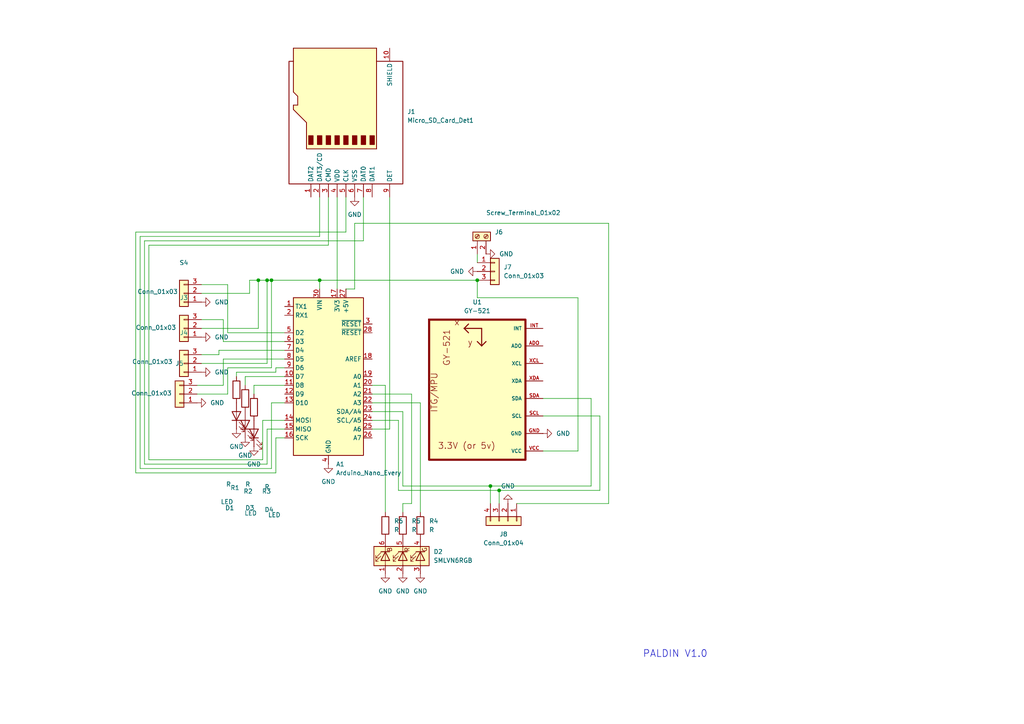
<source format=kicad_sch>
(kicad_sch
	(version 20231120)
	(generator "eeschema")
	(generator_version "8.0")
	(uuid "57f3b4fe-15ca-4a51-81eb-e5937f9d7b8a")
	(paper "A4")
	(lib_symbols
		(symbol "Connector:Micro_SD_Card_Det1"
			(exclude_from_sim no)
			(in_bom yes)
			(on_board yes)
			(property "Reference" "J"
				(at -16.51 17.78 0)
				(effects
					(font
						(size 1.27 1.27)
					)
				)
			)
			(property "Value" "Micro_SD_Card_Det1"
				(at 16.51 17.78 0)
				(effects
					(font
						(size 1.27 1.27)
					)
					(justify right)
				)
			)
			(property "Footprint" ""
				(at 52.07 17.78 0)
				(effects
					(font
						(size 1.27 1.27)
					)
					(hide yes)
				)
			)
			(property "Datasheet" "https://datasheet.lcsc.com/lcsc/2110151630_XKB-Connectivity-XKTF-015-N_C381082.pdf"
				(at 0 2.54 0)
				(effects
					(font
						(size 1.27 1.27)
					)
					(hide yes)
				)
			)
			(property "Description" "Micro SD Card Socket with one card detection pin"
				(at 0 0 0)
				(effects
					(font
						(size 1.27 1.27)
					)
					(hide yes)
				)
			)
			(property "ki_keywords" "connector SD microsd"
				(at 0 0 0)
				(effects
					(font
						(size 1.27 1.27)
					)
					(hide yes)
				)
			)
			(property "ki_fp_filters" "microSD*"
				(at 0 0 0)
				(effects
					(font
						(size 1.27 1.27)
					)
					(hide yes)
				)
			)
			(symbol "Micro_SD_Card_Det1_0_1"
				(rectangle
					(start -7.62 -6.985)
					(end -5.08 -8.255)
					(stroke
						(width 0.254)
						(type default)
					)
					(fill
						(type outline)
					)
				)
				(rectangle
					(start -7.62 -4.445)
					(end -5.08 -5.715)
					(stroke
						(width 0.254)
						(type default)
					)
					(fill
						(type outline)
					)
				)
				(rectangle
					(start -7.62 -1.905)
					(end -5.08 -3.175)
					(stroke
						(width 0.254)
						(type default)
					)
					(fill
						(type outline)
					)
				)
				(rectangle
					(start -7.62 0.635)
					(end -5.08 -0.635)
					(stroke
						(width 0.254)
						(type default)
					)
					(fill
						(type outline)
					)
				)
				(rectangle
					(start -7.62 3.175)
					(end -5.08 1.905)
					(stroke
						(width 0.254)
						(type default)
					)
					(fill
						(type outline)
					)
				)
				(rectangle
					(start -7.62 5.715)
					(end -5.08 4.445)
					(stroke
						(width 0.254)
						(type default)
					)
					(fill
						(type outline)
					)
				)
				(rectangle
					(start -7.62 8.255)
					(end -5.08 6.985)
					(stroke
						(width 0.254)
						(type default)
					)
					(fill
						(type outline)
					)
				)
				(rectangle
					(start -7.62 10.795)
					(end -5.08 9.525)
					(stroke
						(width 0.254)
						(type default)
					)
					(fill
						(type outline)
					)
				)
				(polyline
					(pts
						(xy 16.51 15.24) (xy 16.51 16.51) (xy -19.05 16.51) (xy -19.05 -16.51) (xy 16.51 -16.51) (xy 16.51 -8.89)
					)
					(stroke
						(width 0.254)
						(type default)
					)
					(fill
						(type none)
					)
				)
				(polyline
					(pts
						(xy -8.89 -8.89) (xy -8.89 11.43) (xy -1.27 11.43) (xy 2.54 15.24) (xy 3.81 15.24) (xy 3.81 13.97)
						(xy 6.35 13.97) (xy 7.62 15.24) (xy 20.32 15.24) (xy 20.32 -8.89) (xy -8.89 -8.89)
					)
					(stroke
						(width 0.254)
						(type default)
					)
					(fill
						(type background)
					)
				)
			)
			(symbol "Micro_SD_Card_Det1_1_1"
				(pin bidirectional line
					(at -22.86 10.16 0)
					(length 3.81)
					(name "DAT2"
						(effects
							(font
								(size 1.27 1.27)
							)
						)
					)
					(number "1"
						(effects
							(font
								(size 1.27 1.27)
							)
						)
					)
				)
				(pin passive line
					(at 20.32 -12.7 180)
					(length 3.81)
					(name "SHIELD"
						(effects
							(font
								(size 1.27 1.27)
							)
						)
					)
					(number "10"
						(effects
							(font
								(size 1.27 1.27)
							)
						)
					)
				)
				(pin bidirectional line
					(at -22.86 7.62 0)
					(length 3.81)
					(name "DAT3/CD"
						(effects
							(font
								(size 1.27 1.27)
							)
						)
					)
					(number "2"
						(effects
							(font
								(size 1.27 1.27)
							)
						)
					)
				)
				(pin input line
					(at -22.86 5.08 0)
					(length 3.81)
					(name "CMD"
						(effects
							(font
								(size 1.27 1.27)
							)
						)
					)
					(number "3"
						(effects
							(font
								(size 1.27 1.27)
							)
						)
					)
				)
				(pin power_in line
					(at -22.86 2.54 0)
					(length 3.81)
					(name "VDD"
						(effects
							(font
								(size 1.27 1.27)
							)
						)
					)
					(number "4"
						(effects
							(font
								(size 1.27 1.27)
							)
						)
					)
				)
				(pin input line
					(at -22.86 0 0)
					(length 3.81)
					(name "CLK"
						(effects
							(font
								(size 1.27 1.27)
							)
						)
					)
					(number "5"
						(effects
							(font
								(size 1.27 1.27)
							)
						)
					)
				)
				(pin power_in line
					(at -22.86 -2.54 0)
					(length 3.81)
					(name "VSS"
						(effects
							(font
								(size 1.27 1.27)
							)
						)
					)
					(number "6"
						(effects
							(font
								(size 1.27 1.27)
							)
						)
					)
				)
				(pin bidirectional line
					(at -22.86 -5.08 0)
					(length 3.81)
					(name "DAT0"
						(effects
							(font
								(size 1.27 1.27)
							)
						)
					)
					(number "7"
						(effects
							(font
								(size 1.27 1.27)
							)
						)
					)
				)
				(pin bidirectional line
					(at -22.86 -7.62 0)
					(length 3.81)
					(name "DAT1"
						(effects
							(font
								(size 1.27 1.27)
							)
						)
					)
					(number "8"
						(effects
							(font
								(size 1.27 1.27)
							)
						)
					)
				)
				(pin passive line
					(at -22.86 -12.7 0)
					(length 3.81)
					(name "DET"
						(effects
							(font
								(size 1.27 1.27)
							)
						)
					)
					(number "9"
						(effects
							(font
								(size 1.27 1.27)
							)
						)
					)
				)
			)
		)
		(symbol "Connector:Screw_Terminal_01x02"
			(pin_names
				(offset 1.016) hide)
			(exclude_from_sim no)
			(in_bom yes)
			(on_board yes)
			(property "Reference" "J"
				(at 0 2.54 0)
				(effects
					(font
						(size 1.27 1.27)
					)
				)
			)
			(property "Value" "Screw_Terminal_01x02"
				(at 0 -5.08 0)
				(effects
					(font
						(size 1.27 1.27)
					)
				)
			)
			(property "Footprint" ""
				(at 0 0 0)
				(effects
					(font
						(size 1.27 1.27)
					)
					(hide yes)
				)
			)
			(property "Datasheet" "~"
				(at 0 0 0)
				(effects
					(font
						(size 1.27 1.27)
					)
					(hide yes)
				)
			)
			(property "Description" "Generic screw terminal, single row, 01x02, script generated (kicad-library-utils/schlib/autogen/connector/)"
				(at 0 0 0)
				(effects
					(font
						(size 1.27 1.27)
					)
					(hide yes)
				)
			)
			(property "ki_keywords" "screw terminal"
				(at 0 0 0)
				(effects
					(font
						(size 1.27 1.27)
					)
					(hide yes)
				)
			)
			(property "ki_fp_filters" "TerminalBlock*:*"
				(at 0 0 0)
				(effects
					(font
						(size 1.27 1.27)
					)
					(hide yes)
				)
			)
			(symbol "Screw_Terminal_01x02_1_1"
				(rectangle
					(start -1.27 1.27)
					(end 1.27 -3.81)
					(stroke
						(width 0.254)
						(type default)
					)
					(fill
						(type background)
					)
				)
				(circle
					(center 0 -2.54)
					(radius 0.635)
					(stroke
						(width 0.1524)
						(type default)
					)
					(fill
						(type none)
					)
				)
				(polyline
					(pts
						(xy -0.5334 -2.2098) (xy 0.3302 -3.048)
					)
					(stroke
						(width 0.1524)
						(type default)
					)
					(fill
						(type none)
					)
				)
				(polyline
					(pts
						(xy -0.5334 0.3302) (xy 0.3302 -0.508)
					)
					(stroke
						(width 0.1524)
						(type default)
					)
					(fill
						(type none)
					)
				)
				(polyline
					(pts
						(xy -0.3556 -2.032) (xy 0.508 -2.8702)
					)
					(stroke
						(width 0.1524)
						(type default)
					)
					(fill
						(type none)
					)
				)
				(polyline
					(pts
						(xy -0.3556 0.508) (xy 0.508 -0.3302)
					)
					(stroke
						(width 0.1524)
						(type default)
					)
					(fill
						(type none)
					)
				)
				(circle
					(center 0 0)
					(radius 0.635)
					(stroke
						(width 0.1524)
						(type default)
					)
					(fill
						(type none)
					)
				)
				(pin passive line
					(at -5.08 0 0)
					(length 3.81)
					(name "Pin_1"
						(effects
							(font
								(size 1.27 1.27)
							)
						)
					)
					(number "1"
						(effects
							(font
								(size 1.27 1.27)
							)
						)
					)
				)
				(pin passive line
					(at -5.08 -2.54 0)
					(length 3.81)
					(name "Pin_2"
						(effects
							(font
								(size 1.27 1.27)
							)
						)
					)
					(number "2"
						(effects
							(font
								(size 1.27 1.27)
							)
						)
					)
				)
			)
		)
		(symbol "Connector_Generic:Conn_01x03"
			(pin_names
				(offset 1.016) hide)
			(exclude_from_sim no)
			(in_bom yes)
			(on_board yes)
			(property "Reference" "J"
				(at 0 5.08 0)
				(effects
					(font
						(size 1.27 1.27)
					)
				)
			)
			(property "Value" "Conn_01x03"
				(at 0 -5.08 0)
				(effects
					(font
						(size 1.27 1.27)
					)
				)
			)
			(property "Footprint" ""
				(at 0 0 0)
				(effects
					(font
						(size 1.27 1.27)
					)
					(hide yes)
				)
			)
			(property "Datasheet" "~"
				(at 0 0 0)
				(effects
					(font
						(size 1.27 1.27)
					)
					(hide yes)
				)
			)
			(property "Description" "Generic connector, single row, 01x03, script generated (kicad-library-utils/schlib/autogen/connector/)"
				(at 0 0 0)
				(effects
					(font
						(size 1.27 1.27)
					)
					(hide yes)
				)
			)
			(property "ki_keywords" "connector"
				(at 0 0 0)
				(effects
					(font
						(size 1.27 1.27)
					)
					(hide yes)
				)
			)
			(property "ki_fp_filters" "Connector*:*_1x??_*"
				(at 0 0 0)
				(effects
					(font
						(size 1.27 1.27)
					)
					(hide yes)
				)
			)
			(symbol "Conn_01x03_1_1"
				(rectangle
					(start -1.27 -2.413)
					(end 0 -2.667)
					(stroke
						(width 0.1524)
						(type default)
					)
					(fill
						(type none)
					)
				)
				(rectangle
					(start -1.27 0.127)
					(end 0 -0.127)
					(stroke
						(width 0.1524)
						(type default)
					)
					(fill
						(type none)
					)
				)
				(rectangle
					(start -1.27 2.667)
					(end 0 2.413)
					(stroke
						(width 0.1524)
						(type default)
					)
					(fill
						(type none)
					)
				)
				(rectangle
					(start -1.27 3.81)
					(end 1.27 -3.81)
					(stroke
						(width 0.254)
						(type default)
					)
					(fill
						(type background)
					)
				)
				(pin passive line
					(at -5.08 2.54 0)
					(length 3.81)
					(name "Pin_1"
						(effects
							(font
								(size 1.27 1.27)
							)
						)
					)
					(number "1"
						(effects
							(font
								(size 1.27 1.27)
							)
						)
					)
				)
				(pin passive line
					(at -5.08 0 0)
					(length 3.81)
					(name "Pin_2"
						(effects
							(font
								(size 1.27 1.27)
							)
						)
					)
					(number "2"
						(effects
							(font
								(size 1.27 1.27)
							)
						)
					)
				)
				(pin passive line
					(at -5.08 -2.54 0)
					(length 3.81)
					(name "Pin_3"
						(effects
							(font
								(size 1.27 1.27)
							)
						)
					)
					(number "3"
						(effects
							(font
								(size 1.27 1.27)
							)
						)
					)
				)
			)
		)
		(symbol "Connector_Generic:Conn_01x04"
			(pin_names
				(offset 1.016) hide)
			(exclude_from_sim no)
			(in_bom yes)
			(on_board yes)
			(property "Reference" "J"
				(at 0 5.08 0)
				(effects
					(font
						(size 1.27 1.27)
					)
				)
			)
			(property "Value" "Conn_01x04"
				(at 0 -7.62 0)
				(effects
					(font
						(size 1.27 1.27)
					)
				)
			)
			(property "Footprint" ""
				(at 0 0 0)
				(effects
					(font
						(size 1.27 1.27)
					)
					(hide yes)
				)
			)
			(property "Datasheet" "~"
				(at 0 0 0)
				(effects
					(font
						(size 1.27 1.27)
					)
					(hide yes)
				)
			)
			(property "Description" "Generic connector, single row, 01x04, script generated (kicad-library-utils/schlib/autogen/connector/)"
				(at 0 0 0)
				(effects
					(font
						(size 1.27 1.27)
					)
					(hide yes)
				)
			)
			(property "ki_keywords" "connector"
				(at 0 0 0)
				(effects
					(font
						(size 1.27 1.27)
					)
					(hide yes)
				)
			)
			(property "ki_fp_filters" "Connector*:*_1x??_*"
				(at 0 0 0)
				(effects
					(font
						(size 1.27 1.27)
					)
					(hide yes)
				)
			)
			(symbol "Conn_01x04_1_1"
				(rectangle
					(start -1.27 -4.953)
					(end 0 -5.207)
					(stroke
						(width 0.1524)
						(type default)
					)
					(fill
						(type none)
					)
				)
				(rectangle
					(start -1.27 -2.413)
					(end 0 -2.667)
					(stroke
						(width 0.1524)
						(type default)
					)
					(fill
						(type none)
					)
				)
				(rectangle
					(start -1.27 0.127)
					(end 0 -0.127)
					(stroke
						(width 0.1524)
						(type default)
					)
					(fill
						(type none)
					)
				)
				(rectangle
					(start -1.27 2.667)
					(end 0 2.413)
					(stroke
						(width 0.1524)
						(type default)
					)
					(fill
						(type none)
					)
				)
				(rectangle
					(start -1.27 3.81)
					(end 1.27 -6.35)
					(stroke
						(width 0.254)
						(type default)
					)
					(fill
						(type background)
					)
				)
				(pin passive line
					(at -5.08 2.54 0)
					(length 3.81)
					(name "Pin_1"
						(effects
							(font
								(size 1.27 1.27)
							)
						)
					)
					(number "1"
						(effects
							(font
								(size 1.27 1.27)
							)
						)
					)
				)
				(pin passive line
					(at -5.08 0 0)
					(length 3.81)
					(name "Pin_2"
						(effects
							(font
								(size 1.27 1.27)
							)
						)
					)
					(number "2"
						(effects
							(font
								(size 1.27 1.27)
							)
						)
					)
				)
				(pin passive line
					(at -5.08 -2.54 0)
					(length 3.81)
					(name "Pin_3"
						(effects
							(font
								(size 1.27 1.27)
							)
						)
					)
					(number "3"
						(effects
							(font
								(size 1.27 1.27)
							)
						)
					)
				)
				(pin passive line
					(at -5.08 -5.08 0)
					(length 3.81)
					(name "Pin_4"
						(effects
							(font
								(size 1.27 1.27)
							)
						)
					)
					(number "4"
						(effects
							(font
								(size 1.27 1.27)
							)
						)
					)
				)
			)
		)
		(symbol "Device:LED"
			(pin_numbers hide)
			(pin_names
				(offset 1.016) hide)
			(exclude_from_sim no)
			(in_bom yes)
			(on_board yes)
			(property "Reference" "D"
				(at 0 2.54 0)
				(effects
					(font
						(size 1.27 1.27)
					)
				)
			)
			(property "Value" "LED"
				(at 0 -2.54 0)
				(effects
					(font
						(size 1.27 1.27)
					)
				)
			)
			(property "Footprint" ""
				(at 0 0 0)
				(effects
					(font
						(size 1.27 1.27)
					)
					(hide yes)
				)
			)
			(property "Datasheet" "~"
				(at 0 0 0)
				(effects
					(font
						(size 1.27 1.27)
					)
					(hide yes)
				)
			)
			(property "Description" "Light emitting diode"
				(at 0 0 0)
				(effects
					(font
						(size 1.27 1.27)
					)
					(hide yes)
				)
			)
			(property "ki_keywords" "LED diode"
				(at 0 0 0)
				(effects
					(font
						(size 1.27 1.27)
					)
					(hide yes)
				)
			)
			(property "ki_fp_filters" "LED* LED_SMD:* LED_THT:*"
				(at 0 0 0)
				(effects
					(font
						(size 1.27 1.27)
					)
					(hide yes)
				)
			)
			(symbol "LED_0_1"
				(polyline
					(pts
						(xy -1.27 -1.27) (xy -1.27 1.27)
					)
					(stroke
						(width 0.254)
						(type default)
					)
					(fill
						(type none)
					)
				)
				(polyline
					(pts
						(xy -1.27 0) (xy 1.27 0)
					)
					(stroke
						(width 0)
						(type default)
					)
					(fill
						(type none)
					)
				)
				(polyline
					(pts
						(xy 1.27 -1.27) (xy 1.27 1.27) (xy -1.27 0) (xy 1.27 -1.27)
					)
					(stroke
						(width 0.254)
						(type default)
					)
					(fill
						(type none)
					)
				)
				(polyline
					(pts
						(xy -3.048 -0.762) (xy -4.572 -2.286) (xy -3.81 -2.286) (xy -4.572 -2.286) (xy -4.572 -1.524)
					)
					(stroke
						(width 0)
						(type default)
					)
					(fill
						(type none)
					)
				)
				(polyline
					(pts
						(xy -1.778 -0.762) (xy -3.302 -2.286) (xy -2.54 -2.286) (xy -3.302 -2.286) (xy -3.302 -1.524)
					)
					(stroke
						(width 0)
						(type default)
					)
					(fill
						(type none)
					)
				)
			)
			(symbol "LED_1_1"
				(pin passive line
					(at -3.81 0 0)
					(length 2.54)
					(name "K"
						(effects
							(font
								(size 1.27 1.27)
							)
						)
					)
					(number "1"
						(effects
							(font
								(size 1.27 1.27)
							)
						)
					)
				)
				(pin passive line
					(at 3.81 0 180)
					(length 2.54)
					(name "A"
						(effects
							(font
								(size 1.27 1.27)
							)
						)
					)
					(number "2"
						(effects
							(font
								(size 1.27 1.27)
							)
						)
					)
				)
			)
		)
		(symbol "Device:R"
			(pin_numbers hide)
			(pin_names
				(offset 0)
			)
			(exclude_from_sim no)
			(in_bom yes)
			(on_board yes)
			(property "Reference" "R"
				(at 2.032 0 90)
				(effects
					(font
						(size 1.27 1.27)
					)
				)
			)
			(property "Value" "R"
				(at 0 0 90)
				(effects
					(font
						(size 1.27 1.27)
					)
				)
			)
			(property "Footprint" ""
				(at -1.778 0 90)
				(effects
					(font
						(size 1.27 1.27)
					)
					(hide yes)
				)
			)
			(property "Datasheet" "~"
				(at 0 0 0)
				(effects
					(font
						(size 1.27 1.27)
					)
					(hide yes)
				)
			)
			(property "Description" "Resistor"
				(at 0 0 0)
				(effects
					(font
						(size 1.27 1.27)
					)
					(hide yes)
				)
			)
			(property "ki_keywords" "R res resistor"
				(at 0 0 0)
				(effects
					(font
						(size 1.27 1.27)
					)
					(hide yes)
				)
			)
			(property "ki_fp_filters" "R_*"
				(at 0 0 0)
				(effects
					(font
						(size 1.27 1.27)
					)
					(hide yes)
				)
			)
			(symbol "R_0_1"
				(rectangle
					(start -1.016 -2.54)
					(end 1.016 2.54)
					(stroke
						(width 0.254)
						(type default)
					)
					(fill
						(type none)
					)
				)
			)
			(symbol "R_1_1"
				(pin passive line
					(at 0 3.81 270)
					(length 1.27)
					(name "~"
						(effects
							(font
								(size 1.27 1.27)
							)
						)
					)
					(number "1"
						(effects
							(font
								(size 1.27 1.27)
							)
						)
					)
				)
				(pin passive line
					(at 0 -3.81 90)
					(length 1.27)
					(name "~"
						(effects
							(font
								(size 1.27 1.27)
							)
						)
					)
					(number "2"
						(effects
							(font
								(size 1.27 1.27)
							)
						)
					)
				)
			)
		)
		(symbol "GY-521:GY-521"
			(pin_names
				(offset 1.016)
			)
			(exclude_from_sim no)
			(in_bom yes)
			(on_board yes)
			(property "Reference" "U"
				(at 0 0 0)
				(effects
					(font
						(size 1.27 1.27)
					)
					(justify bottom)
				)
			)
			(property "Value" "GY-521"
				(at 0 0 0)
				(effects
					(font
						(size 1.27 1.27)
					)
					(justify bottom)
				)
			)
			(property "Footprint" "GY-521:GY-521"
				(at 0 0 0)
				(effects
					(font
						(size 1.27 1.27)
					)
					(justify bottom)
					(hide yes)
				)
			)
			(property "Datasheet" ""
				(at 0 0 0)
				(effects
					(font
						(size 1.27 1.27)
					)
					(hide yes)
				)
			)
			(property "Description" ""
				(at 0 0 0)
				(effects
					(font
						(size 1.27 1.27)
					)
					(hide yes)
				)
			)
			(property "MF" "GODREAM FORDREAM CO., LIMITED"
				(at 0 0 0)
				(effects
					(font
						(size 1.27 1.27)
					)
					(justify bottom)
					(hide yes)
				)
			)
			(property "Description_1" "\nTriple Axis Accelerometer Gyro Breakout\n"
				(at 0 0 0)
				(effects
					(font
						(size 1.27 1.27)
					)
					(justify bottom)
					(hide yes)
				)
			)
			(property "Package" "Package"
				(at 0 0 0)
				(effects
					(font
						(size 1.27 1.27)
					)
					(justify bottom)
					(hide yes)
				)
			)
			(property "Price" "None"
				(at 0 0 0)
				(effects
					(font
						(size 1.27 1.27)
					)
					(justify bottom)
					(hide yes)
				)
			)
			(property "SnapEDA_Link" "https://www.snapeda.com/parts/GY-521/GODREAM+FORDREAM+CO.%252C+LIMITED/view-part/?ref=snap"
				(at 0 0 0)
				(effects
					(font
						(size 1.27 1.27)
					)
					(justify bottom)
					(hide yes)
				)
			)
			(property "MP" "GY-521"
				(at 0 0 0)
				(effects
					(font
						(size 1.27 1.27)
					)
					(justify bottom)
					(hide yes)
				)
			)
			(property "Availability" "Not in stock"
				(at 0 0 0)
				(effects
					(font
						(size 1.27 1.27)
					)
					(justify bottom)
					(hide yes)
				)
			)
			(property "Check_prices" "https://www.snapeda.com/parts/GY-521/GODREAM+FORDREAM+CO.%252C+LIMITED/view-part/?ref=eda"
				(at 0 0 0)
				(effects
					(font
						(size 1.27 1.27)
					)
					(justify bottom)
					(hide yes)
				)
			)
			(symbol "GY-521_0_0"
				(rectangle
					(start -10.16 -22.86)
					(end 17.78 17.78)
					(stroke
						(width 0.6096)
						(type default)
					)
					(fill
						(type background)
					)
				)
				(polyline
					(pts
						(xy 2.54 -20.32) (xy 2.54 -15.24)
					)
					(stroke
						(width 0.3048)
						(type default)
					)
					(fill
						(type none)
					)
				)
				(polyline
					(pts
						(xy 2.54 -20.32) (xy 7.62 -20.32)
					)
					(stroke
						(width 0.3048)
						(type default)
					)
					(fill
						(type none)
					)
				)
				(polyline
					(pts
						(xy 2.54 -15.24) (xy 1.27 -16.51)
					)
					(stroke
						(width 0.3048)
						(type default)
					)
					(fill
						(type none)
					)
				)
				(polyline
					(pts
						(xy 2.54 -15.24) (xy 3.81 -16.51)
					)
					(stroke
						(width 0.3048)
						(type default)
					)
					(fill
						(type none)
					)
				)
				(polyline
					(pts
						(xy 7.62 -20.32) (xy 6.35 -21.59)
					)
					(stroke
						(width 0.3048)
						(type default)
					)
					(fill
						(type none)
					)
				)
				(polyline
					(pts
						(xy 7.62 -20.32) (xy 6.35 -19.05)
					)
					(stroke
						(width 0.3048)
						(type default)
					)
					(fill
						(type none)
					)
				)
				(text "3.3V (or 5v)"
					(at -1.524 14.732 0)
					(effects
						(font
							(size 1.778 1.778)
						)
						(justify left bottom)
					)
				)
				(text "GY-521"
					(at 13.716 -9.398 900)
					(effects
						(font
							(size 1.778 1.778)
						)
						(justify right top)
					)
				)
				(text "ITG/MPU"
					(at 15.24 -7.62 900)
					(effects
						(font
							(size 1.778 1.778)
						)
						(justify left bottom)
					)
				)
				(text "x"
					(at 8.89 -21.082 0)
					(effects
						(font
							(size 1.778 1.778)
						)
						(justify left bottom)
					)
				)
				(text "y"
					(at 5.08 -15.24 0)
					(effects
						(font
							(size 1.778 1.778)
						)
						(justify left bottom)
					)
				)
				(pin bidirectional line
					(at -15.24 -15.24 0)
					(length 5.08)
					(name "ADO"
						(effects
							(font
								(size 1.016 1.016)
							)
						)
					)
					(number "ADO"
						(effects
							(font
								(size 1.016 1.016)
							)
						)
					)
				)
				(pin bidirectional line
					(at -15.24 10.16 0)
					(length 5.08)
					(name "GND"
						(effects
							(font
								(size 1.016 1.016)
							)
						)
					)
					(number "GND"
						(effects
							(font
								(size 1.016 1.016)
							)
						)
					)
				)
				(pin bidirectional line
					(at -15.24 -20.32 0)
					(length 5.08)
					(name "INT"
						(effects
							(font
								(size 1.016 1.016)
							)
						)
					)
					(number "INT"
						(effects
							(font
								(size 1.016 1.016)
							)
						)
					)
				)
				(pin bidirectional line
					(at -15.24 5.08 0)
					(length 5.08)
					(name "SCL"
						(effects
							(font
								(size 1.016 1.016)
							)
						)
					)
					(number "SCL"
						(effects
							(font
								(size 1.016 1.016)
							)
						)
					)
				)
				(pin bidirectional line
					(at -15.24 0 0)
					(length 5.08)
					(name "SDA"
						(effects
							(font
								(size 1.016 1.016)
							)
						)
					)
					(number "SDA"
						(effects
							(font
								(size 1.016 1.016)
							)
						)
					)
				)
				(pin bidirectional line
					(at -15.24 15.24 0)
					(length 5.08)
					(name "VCC"
						(effects
							(font
								(size 1.016 1.016)
							)
						)
					)
					(number "VCC"
						(effects
							(font
								(size 1.016 1.016)
							)
						)
					)
				)
				(pin bidirectional line
					(at -15.24 -10.16 0)
					(length 5.08)
					(name "XCL"
						(effects
							(font
								(size 1.016 1.016)
							)
						)
					)
					(number "XCL"
						(effects
							(font
								(size 1.016 1.016)
							)
						)
					)
				)
				(pin bidirectional line
					(at -15.24 -5.08 0)
					(length 5.08)
					(name "XDA"
						(effects
							(font
								(size 1.016 1.016)
							)
						)
					)
					(number "XDA"
						(effects
							(font
								(size 1.016 1.016)
							)
						)
					)
				)
			)
		)
		(symbol "LED:SMLVN6RGB"
			(pin_names
				(offset 0) hide)
			(exclude_from_sim no)
			(in_bom yes)
			(on_board yes)
			(property "Reference" "D"
				(at 0 12.7 0)
				(effects
					(font
						(size 1.27 1.27)
					)
				)
			)
			(property "Value" "SMLVN6RGB"
				(at 0 10.16 0)
				(effects
					(font
						(size 1.27 1.27)
					)
				)
			)
			(property "Footprint" "LED_SMD:LED_ROHM_SMLVN6"
				(at 0 -8.89 0)
				(effects
					(font
						(size 1.27 1.27)
					)
					(hide yes)
				)
			)
			(property "Datasheet" "https://www.rohm.com/datasheet/SMLVN6RGB1U"
				(at 0 -1.27 0)
				(effects
					(font
						(size 1.27 1.27)
					)
					(hide yes)
				)
			)
			(property "Description" "High Brightness Tri-Color LED, RGB, 3.5x2.8mm"
				(at 0 0 0)
				(effects
					(font
						(size 1.27 1.27)
					)
					(hide yes)
				)
			)
			(property "ki_keywords" "LED RGB Diode"
				(at 0 0 0)
				(effects
					(font
						(size 1.27 1.27)
					)
					(hide yes)
				)
			)
			(property "ki_fp_filters" "LED*ROHM*SMLVN6*"
				(at 0 0 0)
				(effects
					(font
						(size 1.27 1.27)
					)
					(hide yes)
				)
			)
			(symbol "SMLVN6RGB_0_0"
				(text "B"
					(at 1.905 3.81 0)
					(effects
						(font
							(size 1.27 1.27)
						)
					)
				)
				(text "G"
					(at 1.905 -6.35 0)
					(effects
						(font
							(size 1.27 1.27)
						)
					)
				)
				(text "R"
					(at 1.905 -1.27 0)
					(effects
						(font
							(size 1.27 1.27)
						)
					)
				)
			)
			(symbol "SMLVN6RGB_0_1"
				(rectangle
					(start -2.794 8.382)
					(end 2.794 -7.62)
					(stroke
						(width 0.254)
						(type default)
					)
					(fill
						(type background)
					)
				)
				(rectangle
					(start -1.27 -1.27)
					(end -1.27 1.27)
					(stroke
						(width 0)
						(type default)
					)
					(fill
						(type none)
					)
				)
				(rectangle
					(start -1.27 1.27)
					(end -1.27 1.27)
					(stroke
						(width 0)
						(type default)
					)
					(fill
						(type none)
					)
				)
				(rectangle
					(start -1.27 3.81)
					(end -1.27 6.35)
					(stroke
						(width 0)
						(type default)
					)
					(fill
						(type none)
					)
				)
				(rectangle
					(start -1.27 6.35)
					(end -1.27 6.35)
					(stroke
						(width 0)
						(type default)
					)
					(fill
						(type none)
					)
				)
				(polyline
					(pts
						(xy -1.27 -5.08) (xy -2.54 -5.08)
					)
					(stroke
						(width 0)
						(type default)
					)
					(fill
						(type none)
					)
				)
				(polyline
					(pts
						(xy -1.27 0) (xy -2.54 0)
					)
					(stroke
						(width 0)
						(type default)
					)
					(fill
						(type none)
					)
				)
				(polyline
					(pts
						(xy -1.27 0) (xy 1.27 0)
					)
					(stroke
						(width 0)
						(type default)
					)
					(fill
						(type none)
					)
				)
				(polyline
					(pts
						(xy -1.27 5.08) (xy -2.54 5.08)
					)
					(stroke
						(width 0)
						(type default)
					)
					(fill
						(type none)
					)
				)
				(polyline
					(pts
						(xy 1.27 -5.08) (xy -1.27 -5.08)
					)
					(stroke
						(width 0)
						(type default)
					)
					(fill
						(type none)
					)
				)
				(polyline
					(pts
						(xy 1.27 -5.08) (xy 2.54 -5.08)
					)
					(stroke
						(width 0)
						(type default)
					)
					(fill
						(type none)
					)
				)
				(polyline
					(pts
						(xy 1.27 -3.81) (xy 1.27 -6.35)
					)
					(stroke
						(width 0.254)
						(type default)
					)
					(fill
						(type none)
					)
				)
				(polyline
					(pts
						(xy 1.27 0) (xy 2.54 0)
					)
					(stroke
						(width 0)
						(type default)
					)
					(fill
						(type none)
					)
				)
				(polyline
					(pts
						(xy 1.27 1.27) (xy 1.27 -1.27)
					)
					(stroke
						(width 0.254)
						(type default)
					)
					(fill
						(type none)
					)
				)
				(polyline
					(pts
						(xy 1.27 5.08) (xy -1.27 5.08)
					)
					(stroke
						(width 0)
						(type default)
					)
					(fill
						(type none)
					)
				)
				(polyline
					(pts
						(xy 1.27 5.08) (xy 2.54 5.08)
					)
					(stroke
						(width 0)
						(type default)
					)
					(fill
						(type none)
					)
				)
				(polyline
					(pts
						(xy 1.27 6.35) (xy 1.27 3.81)
					)
					(stroke
						(width 0.254)
						(type default)
					)
					(fill
						(type none)
					)
				)
				(polyline
					(pts
						(xy 1.27 1.27) (xy 1.27 -1.27) (xy 1.27 -1.27)
					)
					(stroke
						(width 0)
						(type default)
					)
					(fill
						(type none)
					)
				)
				(polyline
					(pts
						(xy 1.27 6.35) (xy 1.27 3.81) (xy 1.27 3.81)
					)
					(stroke
						(width 0)
						(type default)
					)
					(fill
						(type none)
					)
				)
				(polyline
					(pts
						(xy -1.27 -3.81) (xy -1.27 -6.35) (xy 1.27 -5.08) (xy -1.27 -3.81)
					)
					(stroke
						(width 0.254)
						(type default)
					)
					(fill
						(type none)
					)
				)
				(polyline
					(pts
						(xy -1.27 1.27) (xy -1.27 -1.27) (xy 1.27 0) (xy -1.27 1.27)
					)
					(stroke
						(width 0.254)
						(type default)
					)
					(fill
						(type none)
					)
				)
				(polyline
					(pts
						(xy -1.27 6.35) (xy -1.27 3.81) (xy 1.27 5.08) (xy -1.27 6.35)
					)
					(stroke
						(width 0.254)
						(type default)
					)
					(fill
						(type none)
					)
				)
				(polyline
					(pts
						(xy 0 -3.81) (xy -1.524 -2.286) (xy -0.762 -2.286) (xy -1.524 -2.286) (xy -1.524 -3.048)
					)
					(stroke
						(width 0)
						(type default)
					)
					(fill
						(type none)
					)
				)
				(polyline
					(pts
						(xy 0 1.27) (xy -1.524 2.794) (xy -0.762 2.794) (xy -1.524 2.794) (xy -1.524 2.032)
					)
					(stroke
						(width 0)
						(type default)
					)
					(fill
						(type none)
					)
				)
				(polyline
					(pts
						(xy 0 6.35) (xy -1.524 7.874) (xy -0.762 7.874) (xy -1.524 7.874) (xy -1.524 7.112)
					)
					(stroke
						(width 0)
						(type default)
					)
					(fill
						(type none)
					)
				)
				(polyline
					(pts
						(xy 1.016 -3.81) (xy -0.508 -2.286) (xy 0.254 -2.286) (xy -0.508 -2.286) (xy -0.508 -3.048)
					)
					(stroke
						(width 0)
						(type default)
					)
					(fill
						(type none)
					)
				)
				(polyline
					(pts
						(xy 1.016 1.27) (xy -0.508 2.794) (xy 0.254 2.794) (xy -0.508 2.794) (xy -0.508 2.032)
					)
					(stroke
						(width 0)
						(type default)
					)
					(fill
						(type none)
					)
				)
				(polyline
					(pts
						(xy 1.016 6.35) (xy -0.508 7.874) (xy 0.254 7.874) (xy -0.508 7.874) (xy -0.508 7.112)
					)
					(stroke
						(width 0)
						(type default)
					)
					(fill
						(type none)
					)
				)
			)
			(symbol "SMLVN6RGB_1_1"
				(pin passive line
					(at -5.08 5.08 0)
					(length 2.54)
					(name "BA"
						(effects
							(font
								(size 1.27 1.27)
							)
						)
					)
					(number "1"
						(effects
							(font
								(size 1.27 1.27)
							)
						)
					)
				)
				(pin passive line
					(at -5.08 0 0)
					(length 2.54)
					(name "RA"
						(effects
							(font
								(size 1.27 1.27)
							)
						)
					)
					(number "2"
						(effects
							(font
								(size 1.27 1.27)
							)
						)
					)
				)
				(pin passive line
					(at -5.08 -5.08 0)
					(length 2.54)
					(name "GA"
						(effects
							(font
								(size 1.27 1.27)
							)
						)
					)
					(number "3"
						(effects
							(font
								(size 1.27 1.27)
							)
						)
					)
				)
				(pin passive line
					(at 5.08 -5.08 180)
					(length 2.54)
					(name "GK"
						(effects
							(font
								(size 1.27 1.27)
							)
						)
					)
					(number "4"
						(effects
							(font
								(size 1.27 1.27)
							)
						)
					)
				)
				(pin passive line
					(at 5.08 0 180)
					(length 2.54)
					(name "RK"
						(effects
							(font
								(size 1.27 1.27)
							)
						)
					)
					(number "5"
						(effects
							(font
								(size 1.27 1.27)
							)
						)
					)
				)
				(pin passive line
					(at 5.08 5.08 180)
					(length 2.54)
					(name "BK"
						(effects
							(font
								(size 1.27 1.27)
							)
						)
					)
					(number "6"
						(effects
							(font
								(size 1.27 1.27)
							)
						)
					)
				)
			)
		)
		(symbol "MCU_Module:Arduino_Nano_Every"
			(exclude_from_sim no)
			(in_bom yes)
			(on_board yes)
			(property "Reference" "A"
				(at -10.16 23.495 0)
				(effects
					(font
						(size 1.27 1.27)
					)
					(justify left bottom)
				)
			)
			(property "Value" "Arduino_Nano_Every"
				(at 5.08 -24.13 0)
				(effects
					(font
						(size 1.27 1.27)
					)
					(justify left top)
				)
			)
			(property "Footprint" "Module:Arduino_Nano"
				(at 0 0 0)
				(effects
					(font
						(size 1.27 1.27)
						(italic yes)
					)
					(hide yes)
				)
			)
			(property "Datasheet" "https://content.arduino.cc/assets/NANOEveryV3.0_sch.pdf"
				(at 0 0 0)
				(effects
					(font
						(size 1.27 1.27)
					)
					(hide yes)
				)
			)
			(property "Description" "Arduino Nano Every"
				(at 0 0 0)
				(effects
					(font
						(size 1.27 1.27)
					)
					(hide yes)
				)
			)
			(property "ki_keywords" "Arduino nano microcontroller module USB UPDI AATMega4809 AVR"
				(at 0 0 0)
				(effects
					(font
						(size 1.27 1.27)
					)
					(hide yes)
				)
			)
			(property "ki_fp_filters" "Arduino*Nano*"
				(at 0 0 0)
				(effects
					(font
						(size 1.27 1.27)
					)
					(hide yes)
				)
			)
			(symbol "Arduino_Nano_Every_0_1"
				(rectangle
					(start -10.16 22.86)
					(end 10.16 -22.86)
					(stroke
						(width 0.254)
						(type default)
					)
					(fill
						(type background)
					)
				)
			)
			(symbol "Arduino_Nano_Every_1_1"
				(pin bidirectional line
					(at -12.7 20.32 0)
					(length 2.54)
					(name "TX1"
						(effects
							(font
								(size 1.27 1.27)
							)
						)
					)
					(number "1"
						(effects
							(font
								(size 1.27 1.27)
							)
						)
					)
				)
				(pin bidirectional line
					(at -12.7 0 0)
					(length 2.54)
					(name "D7"
						(effects
							(font
								(size 1.27 1.27)
							)
						)
					)
					(number "10"
						(effects
							(font
								(size 1.27 1.27)
							)
						)
					)
				)
				(pin bidirectional line
					(at -12.7 -2.54 0)
					(length 2.54)
					(name "D8"
						(effects
							(font
								(size 1.27 1.27)
							)
						)
					)
					(number "11"
						(effects
							(font
								(size 1.27 1.27)
							)
						)
					)
				)
				(pin bidirectional line
					(at -12.7 -5.08 0)
					(length 2.54)
					(name "D9"
						(effects
							(font
								(size 1.27 1.27)
							)
						)
					)
					(number "12"
						(effects
							(font
								(size 1.27 1.27)
							)
						)
					)
				)
				(pin bidirectional line
					(at -12.7 -7.62 0)
					(length 2.54)
					(name "D10"
						(effects
							(font
								(size 1.27 1.27)
							)
						)
					)
					(number "13"
						(effects
							(font
								(size 1.27 1.27)
							)
						)
					)
				)
				(pin bidirectional line
					(at -12.7 -12.7 0)
					(length 2.54)
					(name "MOSI"
						(effects
							(font
								(size 1.27 1.27)
							)
						)
					)
					(number "14"
						(effects
							(font
								(size 1.27 1.27)
							)
						)
					)
				)
				(pin bidirectional line
					(at -12.7 -15.24 0)
					(length 2.54)
					(name "MISO"
						(effects
							(font
								(size 1.27 1.27)
							)
						)
					)
					(number "15"
						(effects
							(font
								(size 1.27 1.27)
							)
						)
					)
				)
				(pin bidirectional line
					(at -12.7 -17.78 0)
					(length 2.54)
					(name "SCK"
						(effects
							(font
								(size 1.27 1.27)
							)
						)
					)
					(number "16"
						(effects
							(font
								(size 1.27 1.27)
							)
						)
					)
				)
				(pin power_out line
					(at 2.54 25.4 270)
					(length 2.54)
					(name "3V3"
						(effects
							(font
								(size 1.27 1.27)
							)
						)
					)
					(number "17"
						(effects
							(font
								(size 1.27 1.27)
							)
						)
					)
				)
				(pin input line
					(at 12.7 5.08 180)
					(length 2.54)
					(name "AREF"
						(effects
							(font
								(size 1.27 1.27)
							)
						)
					)
					(number "18"
						(effects
							(font
								(size 1.27 1.27)
							)
						)
					)
				)
				(pin bidirectional line
					(at 12.7 0 180)
					(length 2.54)
					(name "A0"
						(effects
							(font
								(size 1.27 1.27)
							)
						)
					)
					(number "19"
						(effects
							(font
								(size 1.27 1.27)
							)
						)
					)
				)
				(pin bidirectional line
					(at -12.7 17.78 0)
					(length 2.54)
					(name "RX1"
						(effects
							(font
								(size 1.27 1.27)
							)
						)
					)
					(number "2"
						(effects
							(font
								(size 1.27 1.27)
							)
						)
					)
				)
				(pin bidirectional line
					(at 12.7 -2.54 180)
					(length 2.54)
					(name "A1"
						(effects
							(font
								(size 1.27 1.27)
							)
						)
					)
					(number "20"
						(effects
							(font
								(size 1.27 1.27)
							)
						)
					)
				)
				(pin bidirectional line
					(at 12.7 -5.08 180)
					(length 2.54)
					(name "A2"
						(effects
							(font
								(size 1.27 1.27)
							)
						)
					)
					(number "21"
						(effects
							(font
								(size 1.27 1.27)
							)
						)
					)
				)
				(pin bidirectional line
					(at 12.7 -7.62 180)
					(length 2.54)
					(name "A3"
						(effects
							(font
								(size 1.27 1.27)
							)
						)
					)
					(number "22"
						(effects
							(font
								(size 1.27 1.27)
							)
						)
					)
				)
				(pin bidirectional line
					(at 12.7 -10.16 180)
					(length 2.54)
					(name "SDA/A4"
						(effects
							(font
								(size 1.27 1.27)
							)
						)
					)
					(number "23"
						(effects
							(font
								(size 1.27 1.27)
							)
						)
					)
				)
				(pin bidirectional line
					(at 12.7 -12.7 180)
					(length 2.54)
					(name "SCL/A5"
						(effects
							(font
								(size 1.27 1.27)
							)
						)
					)
					(number "24"
						(effects
							(font
								(size 1.27 1.27)
							)
						)
					)
				)
				(pin bidirectional line
					(at 12.7 -15.24 180)
					(length 2.54)
					(name "A6"
						(effects
							(font
								(size 1.27 1.27)
							)
						)
					)
					(number "25"
						(effects
							(font
								(size 1.27 1.27)
							)
						)
					)
				)
				(pin bidirectional line
					(at 12.7 -17.78 180)
					(length 2.54)
					(name "A7"
						(effects
							(font
								(size 1.27 1.27)
							)
						)
					)
					(number "26"
						(effects
							(font
								(size 1.27 1.27)
							)
						)
					)
				)
				(pin power_out line
					(at 5.08 25.4 270)
					(length 2.54)
					(name "+5V"
						(effects
							(font
								(size 1.27 1.27)
							)
						)
					)
					(number "27"
						(effects
							(font
								(size 1.27 1.27)
							)
						)
					)
				)
				(pin input line
					(at 12.7 12.7 180)
					(length 2.54)
					(name "~{RESET}"
						(effects
							(font
								(size 1.27 1.27)
							)
						)
					)
					(number "28"
						(effects
							(font
								(size 1.27 1.27)
							)
						)
					)
				)
				(pin passive line
					(at 0 -25.4 90)
					(length 2.54) hide
					(name "GND"
						(effects
							(font
								(size 1.27 1.27)
							)
						)
					)
					(number "29"
						(effects
							(font
								(size 1.27 1.27)
							)
						)
					)
				)
				(pin input line
					(at 12.7 15.24 180)
					(length 2.54)
					(name "~{RESET}"
						(effects
							(font
								(size 1.27 1.27)
							)
						)
					)
					(number "3"
						(effects
							(font
								(size 1.27 1.27)
							)
						)
					)
				)
				(pin power_in line
					(at -2.54 25.4 270)
					(length 2.54)
					(name "VIN"
						(effects
							(font
								(size 1.27 1.27)
							)
						)
					)
					(number "30"
						(effects
							(font
								(size 1.27 1.27)
							)
						)
					)
				)
				(pin power_in line
					(at 0 -25.4 90)
					(length 2.54)
					(name "GND"
						(effects
							(font
								(size 1.27 1.27)
							)
						)
					)
					(number "4"
						(effects
							(font
								(size 1.27 1.27)
							)
						)
					)
				)
				(pin bidirectional line
					(at -12.7 12.7 0)
					(length 2.54)
					(name "D2"
						(effects
							(font
								(size 1.27 1.27)
							)
						)
					)
					(number "5"
						(effects
							(font
								(size 1.27 1.27)
							)
						)
					)
				)
				(pin bidirectional line
					(at -12.7 10.16 0)
					(length 2.54)
					(name "D3"
						(effects
							(font
								(size 1.27 1.27)
							)
						)
					)
					(number "6"
						(effects
							(font
								(size 1.27 1.27)
							)
						)
					)
				)
				(pin bidirectional line
					(at -12.7 7.62 0)
					(length 2.54)
					(name "D4"
						(effects
							(font
								(size 1.27 1.27)
							)
						)
					)
					(number "7"
						(effects
							(font
								(size 1.27 1.27)
							)
						)
					)
				)
				(pin bidirectional line
					(at -12.7 5.08 0)
					(length 2.54)
					(name "D5"
						(effects
							(font
								(size 1.27 1.27)
							)
						)
					)
					(number "8"
						(effects
							(font
								(size 1.27 1.27)
							)
						)
					)
				)
				(pin bidirectional line
					(at -12.7 2.54 0)
					(length 2.54)
					(name "D6"
						(effects
							(font
								(size 1.27 1.27)
							)
						)
					)
					(number "9"
						(effects
							(font
								(size 1.27 1.27)
							)
						)
					)
				)
			)
		)
		(symbol "power:GND"
			(power)
			(pin_numbers hide)
			(pin_names
				(offset 0) hide)
			(exclude_from_sim no)
			(in_bom yes)
			(on_board yes)
			(property "Reference" "#PWR"
				(at 0 -6.35 0)
				(effects
					(font
						(size 1.27 1.27)
					)
					(hide yes)
				)
			)
			(property "Value" "GND"
				(at 0 -3.81 0)
				(effects
					(font
						(size 1.27 1.27)
					)
				)
			)
			(property "Footprint" ""
				(at 0 0 0)
				(effects
					(font
						(size 1.27 1.27)
					)
					(hide yes)
				)
			)
			(property "Datasheet" ""
				(at 0 0 0)
				(effects
					(font
						(size 1.27 1.27)
					)
					(hide yes)
				)
			)
			(property "Description" "Power symbol creates a global label with name \"GND\" , ground"
				(at 0 0 0)
				(effects
					(font
						(size 1.27 1.27)
					)
					(hide yes)
				)
			)
			(property "ki_keywords" "global power"
				(at 0 0 0)
				(effects
					(font
						(size 1.27 1.27)
					)
					(hide yes)
				)
			)
			(symbol "GND_0_1"
				(polyline
					(pts
						(xy 0 0) (xy 0 -1.27) (xy 1.27 -1.27) (xy 0 -2.54) (xy -1.27 -1.27) (xy 0 -1.27)
					)
					(stroke
						(width 0)
						(type default)
					)
					(fill
						(type none)
					)
				)
			)
			(symbol "GND_1_1"
				(pin power_in line
					(at 0 0 270)
					(length 0)
					(name "~"
						(effects
							(font
								(size 1.27 1.27)
							)
						)
					)
					(number "1"
						(effects
							(font
								(size 1.27 1.27)
							)
						)
					)
				)
			)
		)
	)
	(junction
		(at 144.78 142.24)
		(diameter 0)
		(color 0 0 0 0)
		(uuid "384cf918-c140-4186-8f14-c7edc46842d7")
	)
	(junction
		(at 142.24 140.97)
		(diameter 0)
		(color 0 0 0 0)
		(uuid "4f9ad230-dfec-4a00-af10-5e8b5f7779b5")
	)
	(junction
		(at 92.71 81.28)
		(diameter 0)
		(color 0 0 0 0)
		(uuid "52228845-d0e2-4d67-adf6-a511757e42d7")
	)
	(junction
		(at 78.74 81.28)
		(diameter 0)
		(color 0 0 0 0)
		(uuid "8666070e-d877-4643-9e60-1908336521a1")
	)
	(junction
		(at 138.43 81.28)
		(diameter 0)
		(color 0 0 0 0)
		(uuid "95e09244-aeae-4f1d-99de-d651d78bb1f3")
	)
	(junction
		(at 77.47 81.28)
		(diameter 0)
		(color 0 0 0 0)
		(uuid "bd8a0f81-07c6-41fb-84f5-88593422d91b")
	)
	(junction
		(at 74.93 81.28)
		(diameter 0)
		(color 0 0 0 0)
		(uuid "ef4e16ca-b098-4238-95d8-9f8d0807e850")
	)
	(wire
		(pts
			(xy 57.15 111.76) (xy 64.77 111.76)
		)
		(stroke
			(width 0)
			(type default)
		)
		(uuid "0004c6c3-3d7e-4f71-96e3-7c6a46923cdf")
	)
	(wire
		(pts
			(xy 119.38 146.05) (xy 119.38 114.3)
		)
		(stroke
			(width 0)
			(type default)
		)
		(uuid "0589f12d-8d2d-40aa-886b-f3d83ada7533")
	)
	(wire
		(pts
			(xy 107.95 119.38) (xy 116.84 119.38)
		)
		(stroke
			(width 0)
			(type default)
		)
		(uuid "059470c5-31cb-4c80-9395-2cd26e46da07")
	)
	(wire
		(pts
			(xy 41.91 69.85) (xy 41.91 134.62)
		)
		(stroke
			(width 0)
			(type default)
		)
		(uuid "062bab9e-bce9-4473-bcb7-6a2d3fe6a5ff")
	)
	(wire
		(pts
			(xy 97.79 57.15) (xy 97.79 83.82)
		)
		(stroke
			(width 0)
			(type default)
		)
		(uuid "072ca524-ca57-43be-85bf-3de6d269df56")
	)
	(wire
		(pts
			(xy 100.33 67.31) (xy 39.37 67.31)
		)
		(stroke
			(width 0)
			(type default)
		)
		(uuid "077a0d67-b371-4a65-b95c-2a874af42e00")
	)
	(wire
		(pts
			(xy 80.01 106.68) (xy 80.01 107.95)
		)
		(stroke
			(width 0)
			(type default)
		)
		(uuid "0ab71e4b-09c9-42c2-8abf-5ac9a258d37d")
	)
	(wire
		(pts
			(xy 63.5 101.6) (xy 82.55 101.6)
		)
		(stroke
			(width 0)
			(type default)
		)
		(uuid "0d6b8b10-48bb-40e6-88a4-5acf9ac0c085")
	)
	(wire
		(pts
			(xy 76.2 121.92) (xy 82.55 121.92)
		)
		(stroke
			(width 0)
			(type default)
		)
		(uuid "0e803ec7-811a-437c-b339-30d3e9041058")
	)
	(wire
		(pts
			(xy 78.74 106.68) (xy 78.74 81.28)
		)
		(stroke
			(width 0)
			(type default)
		)
		(uuid "129ef281-981f-4f76-ae95-bbeba8340ee7")
	)
	(wire
		(pts
			(xy 115.57 121.92) (xy 107.95 121.92)
		)
		(stroke
			(width 0)
			(type default)
		)
		(uuid "13a79306-8527-4595-9a45-2c69192b6772")
	)
	(wire
		(pts
			(xy 105.41 57.15) (xy 105.41 69.85)
		)
		(stroke
			(width 0)
			(type default)
		)
		(uuid "190d9f4d-a083-4f1f-a073-b74a9965b32a")
	)
	(wire
		(pts
			(xy 43.18 133.35) (xy 76.2 133.35)
		)
		(stroke
			(width 0)
			(type default)
		)
		(uuid "1a36ff50-49de-48f5-828f-006454427a24")
	)
	(wire
		(pts
			(xy 173.99 142.24) (xy 173.99 120.65)
		)
		(stroke
			(width 0)
			(type default)
		)
		(uuid "23a9c6df-608f-4633-a7a3-522e1efa4443")
	)
	(wire
		(pts
			(xy 43.18 71.12) (xy 43.18 133.35)
		)
		(stroke
			(width 0)
			(type default)
		)
		(uuid "26f68f2f-2e70-4a60-9144-afc0adec5ed8")
	)
	(wire
		(pts
			(xy 142.24 140.97) (xy 116.84 140.97)
		)
		(stroke
			(width 0)
			(type default)
		)
		(uuid "273c96f1-8b67-44bc-8ca7-cddbbeb20c3a")
	)
	(wire
		(pts
			(xy 173.99 142.24) (xy 144.78 142.24)
		)
		(stroke
			(width 0)
			(type default)
		)
		(uuid "285fd95a-da98-44a6-99bb-892a373f0463")
	)
	(wire
		(pts
			(xy 144.78 142.24) (xy 115.57 142.24)
		)
		(stroke
			(width 0)
			(type default)
		)
		(uuid "2ac104bf-450a-459d-9ea6-248e4ae5a3c4")
	)
	(wire
		(pts
			(xy 171.45 140.97) (xy 142.24 140.97)
		)
		(stroke
			(width 0)
			(type default)
		)
		(uuid "2d4027f7-16bd-4fec-b0d1-3968a8fe7eb8")
	)
	(wire
		(pts
			(xy 72.39 85.09) (xy 72.39 81.28)
		)
		(stroke
			(width 0)
			(type default)
		)
		(uuid "310cd0d2-6e3f-4946-ab09-266f41fb5c1c")
	)
	(wire
		(pts
			(xy 77.47 81.28) (xy 78.74 81.28)
		)
		(stroke
			(width 0)
			(type default)
		)
		(uuid "32d03a58-cfe3-458c-bb78-89a986aeabee")
	)
	(wire
		(pts
			(xy 119.38 114.3) (xy 107.95 114.3)
		)
		(stroke
			(width 0)
			(type default)
		)
		(uuid "33a0b397-1324-41f4-ae1e-1a884f897a9a")
	)
	(wire
		(pts
			(xy 72.39 81.28) (xy 74.93 81.28)
		)
		(stroke
			(width 0)
			(type default)
		)
		(uuid "3450bdef-8593-4f6f-807d-7d96d5d30b22")
	)
	(wire
		(pts
			(xy 111.76 111.76) (xy 107.95 111.76)
		)
		(stroke
			(width 0)
			(type default)
		)
		(uuid "37b7841e-411d-49c9-85d0-03946f67598d")
	)
	(wire
		(pts
			(xy 113.03 57.15) (xy 113.03 124.46)
		)
		(stroke
			(width 0)
			(type default)
		)
		(uuid "395f23b0-4422-4e56-af0d-1196a9ec5097")
	)
	(wire
		(pts
			(xy 176.53 64.77) (xy 102.87 64.77)
		)
		(stroke
			(width 0)
			(type default)
		)
		(uuid "39ae4200-62b7-4b87-8f43-8219bd0dcf78")
	)
	(wire
		(pts
			(xy 76.2 133.35) (xy 76.2 121.92)
		)
		(stroke
			(width 0)
			(type default)
		)
		(uuid "39d5006e-c914-4d86-9db7-9285ab6331f1")
	)
	(wire
		(pts
			(xy 66.04 114.3) (xy 66.04 106.68)
		)
		(stroke
			(width 0)
			(type default)
		)
		(uuid "3c3d0034-9d2e-4c7d-a4d2-d8ae191218cf")
	)
	(wire
		(pts
			(xy 77.47 134.62) (xy 77.47 124.46)
		)
		(stroke
			(width 0)
			(type default)
		)
		(uuid "40b97dcf-a254-491c-9a41-307af24266ed")
	)
	(wire
		(pts
			(xy 58.42 92.71) (xy 64.77 92.71)
		)
		(stroke
			(width 0)
			(type default)
		)
		(uuid "439fdffa-e458-427a-92d5-35cc5a0a7cc3")
	)
	(wire
		(pts
			(xy 92.71 57.15) (xy 92.71 68.58)
		)
		(stroke
			(width 0)
			(type default)
		)
		(uuid "44e99a60-9552-4a86-bf6d-ebd4e76c86e1")
	)
	(wire
		(pts
			(xy 73.66 111.76) (xy 73.66 114.3)
		)
		(stroke
			(width 0)
			(type default)
		)
		(uuid "469c8d17-4ede-4205-9254-fde67b77c092")
	)
	(wire
		(pts
			(xy 80.01 107.95) (xy 68.58 107.95)
		)
		(stroke
			(width 0)
			(type default)
		)
		(uuid "4bac928d-0e24-4c32-9944-165b166641a5")
	)
	(wire
		(pts
			(xy 58.42 102.87) (xy 63.5 102.87)
		)
		(stroke
			(width 0)
			(type default)
		)
		(uuid "4d7e2060-1d31-4c20-91af-988d482e9897")
	)
	(wire
		(pts
			(xy 100.33 57.15) (xy 100.33 67.31)
		)
		(stroke
			(width 0)
			(type default)
		)
		(uuid "4e0be86e-0f14-46c0-8d1c-439d98b19a16")
	)
	(wire
		(pts
			(xy 78.74 116.84) (xy 82.55 116.84)
		)
		(stroke
			(width 0)
			(type default)
		)
		(uuid "4ee39fed-bf60-4369-aa3b-34941700a151")
	)
	(wire
		(pts
			(xy 68.58 107.95) (xy 68.58 109.22)
		)
		(stroke
			(width 0)
			(type default)
		)
		(uuid "5d1a9d3e-a3c2-49cf-a3fc-a24e0b3959cb")
	)
	(wire
		(pts
			(xy 121.92 148.59) (xy 121.92 116.84)
		)
		(stroke
			(width 0)
			(type default)
		)
		(uuid "5e3ab4a6-e271-410b-ac11-6a4cdcbde015")
	)
	(wire
		(pts
			(xy 64.77 111.76) (xy 64.77 104.14)
		)
		(stroke
			(width 0)
			(type default)
		)
		(uuid "5e53af19-92b8-4e55-9f55-034f6638d47c")
	)
	(wire
		(pts
			(xy 138.43 73.66) (xy 138.43 76.2)
		)
		(stroke
			(width 0)
			(type default)
		)
		(uuid "69072fe3-6ba2-4965-9a33-89d1121daf5f")
	)
	(wire
		(pts
			(xy 41.91 134.62) (xy 77.47 134.62)
		)
		(stroke
			(width 0)
			(type default)
		)
		(uuid "6a0de359-22c6-4869-ae4b-165961e73d1c")
	)
	(wire
		(pts
			(xy 107.95 116.84) (xy 121.92 116.84)
		)
		(stroke
			(width 0)
			(type default)
		)
		(uuid "6a8b26e8-b8f4-4d40-9784-98abae0bf969")
	)
	(wire
		(pts
			(xy 58.42 85.09) (xy 72.39 85.09)
		)
		(stroke
			(width 0)
			(type default)
		)
		(uuid "6c17c0e7-0dce-476e-abae-56b9e8f60de9")
	)
	(wire
		(pts
			(xy 64.77 92.71) (xy 64.77 99.06)
		)
		(stroke
			(width 0)
			(type default)
		)
		(uuid "6f83d006-d39f-4a03-86af-57ea1dc9e06d")
	)
	(wire
		(pts
			(xy 74.93 95.25) (xy 74.93 81.28)
		)
		(stroke
			(width 0)
			(type default)
		)
		(uuid "71c21de2-2da3-4f12-986e-04637f1b0f61")
	)
	(wire
		(pts
			(xy 80.01 137.16) (xy 80.01 127)
		)
		(stroke
			(width 0)
			(type default)
		)
		(uuid "71fd0dc5-1dde-4515-a357-5730e3d738d9")
	)
	(wire
		(pts
			(xy 66.04 106.68) (xy 78.74 106.68)
		)
		(stroke
			(width 0)
			(type default)
		)
		(uuid "786a196b-2d9c-4c03-82ad-ef1a52202943")
	)
	(wire
		(pts
			(xy 92.71 81.28) (xy 92.71 83.82)
		)
		(stroke
			(width 0)
			(type default)
		)
		(uuid "7aadc517-29e4-4a9b-bc8a-ab2679bf08a0")
	)
	(wire
		(pts
			(xy 95.25 71.12) (xy 43.18 71.12)
		)
		(stroke
			(width 0)
			(type default)
		)
		(uuid "7e999b90-b2f3-4b02-a159-0415ce0d0924")
	)
	(wire
		(pts
			(xy 58.42 105.41) (xy 77.47 105.41)
		)
		(stroke
			(width 0)
			(type default)
		)
		(uuid "80fc170c-aba2-466b-9145-6b3ed555bb91")
	)
	(wire
		(pts
			(xy 144.78 142.24) (xy 144.78 146.05)
		)
		(stroke
			(width 0)
			(type default)
		)
		(uuid "8141f561-45d4-4a7b-8dab-384a6163b8b6")
	)
	(wire
		(pts
			(xy 82.55 111.76) (xy 73.66 111.76)
		)
		(stroke
			(width 0)
			(type default)
		)
		(uuid "868bb703-93e3-4c4e-8225-021d0209d5e1")
	)
	(wire
		(pts
			(xy 176.53 146.05) (xy 176.53 64.77)
		)
		(stroke
			(width 0)
			(type default)
		)
		(uuid "87382d3e-d16f-4655-8dd5-99aab16ae5a5")
	)
	(wire
		(pts
			(xy 157.48 130.81) (xy 167.64 130.81)
		)
		(stroke
			(width 0)
			(type default)
		)
		(uuid "8bafdfc1-14f2-4198-8edd-cc5d4a6f6c35")
	)
	(wire
		(pts
			(xy 80.01 127) (xy 82.55 127)
		)
		(stroke
			(width 0)
			(type default)
		)
		(uuid "8efcbf06-a6de-46fa-9b1d-feb623664023")
	)
	(wire
		(pts
			(xy 167.64 86.36) (xy 167.64 130.81)
		)
		(stroke
			(width 0)
			(type default)
		)
		(uuid "902f5616-8f05-4df1-8f52-195bb8814768")
	)
	(wire
		(pts
			(xy 63.5 102.87) (xy 63.5 101.6)
		)
		(stroke
			(width 0)
			(type default)
		)
		(uuid "9336d6ea-2ff4-4b53-87b2-25595f6db7f4")
	)
	(wire
		(pts
			(xy 113.03 124.46) (xy 107.95 124.46)
		)
		(stroke
			(width 0)
			(type default)
		)
		(uuid "94e310ae-7bc1-43f9-a9e2-91d9a7805de7")
	)
	(wire
		(pts
			(xy 40.64 135.89) (xy 78.74 135.89)
		)
		(stroke
			(width 0)
			(type default)
		)
		(uuid "9b270599-0b12-4957-a9de-c2a822ae3ed3")
	)
	(wire
		(pts
			(xy 39.37 137.16) (xy 80.01 137.16)
		)
		(stroke
			(width 0)
			(type default)
		)
		(uuid "9e3e0fbf-0393-4a32-97d4-377f10a59884")
	)
	(wire
		(pts
			(xy 78.74 81.28) (xy 92.71 81.28)
		)
		(stroke
			(width 0)
			(type default)
		)
		(uuid "a0025c87-d10a-4043-9df9-74056b0138cd")
	)
	(wire
		(pts
			(xy 66.04 96.52) (xy 82.55 96.52)
		)
		(stroke
			(width 0)
			(type default)
		)
		(uuid "a20fbd04-e146-4ee2-b2fe-a718d505b8a5")
	)
	(wire
		(pts
			(xy 82.55 109.22) (xy 71.12 109.22)
		)
		(stroke
			(width 0)
			(type default)
		)
		(uuid "a40c0e66-a2e9-49f0-9fe4-506f1b41c205")
	)
	(wire
		(pts
			(xy 157.48 115.57) (xy 171.45 115.57)
		)
		(stroke
			(width 0)
			(type default)
		)
		(uuid "a93b6953-76f5-4c63-b6e2-48acbd88107a")
	)
	(wire
		(pts
			(xy 102.87 64.77) (xy 102.87 83.82)
		)
		(stroke
			(width 0)
			(type default)
		)
		(uuid "a9c3ca20-8b49-4619-a8cc-d3acc319c297")
	)
	(wire
		(pts
			(xy 95.25 57.15) (xy 95.25 71.12)
		)
		(stroke
			(width 0)
			(type default)
		)
		(uuid "acca9728-6905-4c39-86e4-62c9a0bd7d64")
	)
	(wire
		(pts
			(xy 77.47 105.41) (xy 77.47 81.28)
		)
		(stroke
			(width 0)
			(type default)
		)
		(uuid "afa7bee8-b76e-4450-8402-86cafe09c23b")
	)
	(wire
		(pts
			(xy 116.84 146.05) (xy 119.38 146.05)
		)
		(stroke
			(width 0)
			(type default)
		)
		(uuid "b5fe48fd-d253-410e-83d3-b62dd2d42bea")
	)
	(wire
		(pts
			(xy 78.74 135.89) (xy 78.74 116.84)
		)
		(stroke
			(width 0)
			(type default)
		)
		(uuid "b65f58f9-c530-47cc-bc7b-b4e4298e3f5f")
	)
	(wire
		(pts
			(xy 105.41 69.85) (xy 41.91 69.85)
		)
		(stroke
			(width 0)
			(type default)
		)
		(uuid "b90c915d-ec52-49f5-a1db-0698335b6793")
	)
	(wire
		(pts
			(xy 39.37 67.31) (xy 39.37 137.16)
		)
		(stroke
			(width 0)
			(type default)
		)
		(uuid "bf57e043-dfca-497c-9355-2f50b06841ca")
	)
	(wire
		(pts
			(xy 138.43 86.36) (xy 167.64 86.36)
		)
		(stroke
			(width 0)
			(type default)
		)
		(uuid "c0c4ecb1-4988-40be-b29b-6c45a71eb226")
	)
	(wire
		(pts
			(xy 116.84 148.59) (xy 116.84 146.05)
		)
		(stroke
			(width 0)
			(type default)
		)
		(uuid "c22fdef1-e7fb-4514-9902-4f01e9cdfe38")
	)
	(wire
		(pts
			(xy 74.93 81.28) (xy 77.47 81.28)
		)
		(stroke
			(width 0)
			(type default)
		)
		(uuid "c369f986-906f-47a9-888c-6984087bfd5a")
	)
	(wire
		(pts
			(xy 71.12 109.22) (xy 71.12 111.76)
		)
		(stroke
			(width 0)
			(type default)
		)
		(uuid "ca3ea581-10cd-4a02-af68-63eed7fc48a9")
	)
	(wire
		(pts
			(xy 58.42 82.55) (xy 66.04 82.55)
		)
		(stroke
			(width 0)
			(type default)
		)
		(uuid "ce4d15c8-018f-419d-89c2-417027820c4c")
	)
	(wire
		(pts
			(xy 77.47 124.46) (xy 82.55 124.46)
		)
		(stroke
			(width 0)
			(type default)
		)
		(uuid "da14b53f-97d0-46b5-b2a5-0ab705713d7e")
	)
	(wire
		(pts
			(xy 171.45 115.57) (xy 171.45 140.97)
		)
		(stroke
			(width 0)
			(type default)
		)
		(uuid "dcaa66df-a94b-4d3f-b15e-4b8320962a4a")
	)
	(wire
		(pts
			(xy 57.15 114.3) (xy 66.04 114.3)
		)
		(stroke
			(width 0)
			(type default)
		)
		(uuid "ded02e3a-5174-4c43-a116-c8d61db0c04b")
	)
	(wire
		(pts
			(xy 66.04 82.55) (xy 66.04 96.52)
		)
		(stroke
			(width 0)
			(type default)
		)
		(uuid "e0a813f6-abd1-42f6-ba6f-0ae99220542a")
	)
	(wire
		(pts
			(xy 138.43 86.36) (xy 138.43 81.28)
		)
		(stroke
			(width 0)
			(type default)
		)
		(uuid "e2064fcb-4eeb-4f73-a612-7fe9527ad942")
	)
	(wire
		(pts
			(xy 116.84 140.97) (xy 116.84 119.38)
		)
		(stroke
			(width 0)
			(type default)
		)
		(uuid "e293389f-7cf0-40e3-a0a8-6bb2f242e2fe")
	)
	(wire
		(pts
			(xy 102.87 83.82) (xy 100.33 83.82)
		)
		(stroke
			(width 0)
			(type default)
		)
		(uuid "e4b56ebd-4c88-40c6-ae5f-56ec0f26b9a8")
	)
	(wire
		(pts
			(xy 115.57 142.24) (xy 115.57 121.92)
		)
		(stroke
			(width 0)
			(type default)
		)
		(uuid "e633bc52-a815-479b-a3a9-0ac60f9487ba")
	)
	(wire
		(pts
			(xy 82.55 106.68) (xy 80.01 106.68)
		)
		(stroke
			(width 0)
			(type default)
		)
		(uuid "e8196845-7334-4b20-ba50-77d3b4b27ace")
	)
	(wire
		(pts
			(xy 92.71 68.58) (xy 40.64 68.58)
		)
		(stroke
			(width 0)
			(type default)
		)
		(uuid "eeb4161a-03c8-46b8-934f-762844200e88")
	)
	(wire
		(pts
			(xy 58.42 95.25) (xy 74.93 95.25)
		)
		(stroke
			(width 0)
			(type default)
		)
		(uuid "f0d2f673-e976-4d5c-983f-e766471f014d")
	)
	(wire
		(pts
			(xy 111.76 148.59) (xy 111.76 111.76)
		)
		(stroke
			(width 0)
			(type default)
		)
		(uuid "f21040f1-abd5-4324-b154-a86d622a4c44")
	)
	(wire
		(pts
			(xy 64.77 99.06) (xy 82.55 99.06)
		)
		(stroke
			(width 0)
			(type default)
		)
		(uuid "f27149d3-8c19-4e42-b04f-f25892406bed")
	)
	(wire
		(pts
			(xy 64.77 104.14) (xy 82.55 104.14)
		)
		(stroke
			(width 0)
			(type default)
		)
		(uuid "f7c965d2-9c7b-47ef-8db2-fed609ea659a")
	)
	(wire
		(pts
			(xy 40.64 68.58) (xy 40.64 135.89)
		)
		(stroke
			(width 0)
			(type default)
		)
		(uuid "f92bdb4d-d587-4dd6-84f7-bfc4c6559338")
	)
	(wire
		(pts
			(xy 138.43 81.28) (xy 92.71 81.28)
		)
		(stroke
			(width 0)
			(type default)
		)
		(uuid "f996da2f-2dc5-4bc0-b134-8c77a2fd171e")
	)
	(wire
		(pts
			(xy 149.86 146.05) (xy 176.53 146.05)
		)
		(stroke
			(width 0)
			(type default)
		)
		(uuid "fbe834c7-1200-47c0-9b60-2efc162bd7a0")
	)
	(wire
		(pts
			(xy 173.99 120.65) (xy 157.48 120.65)
		)
		(stroke
			(width 0)
			(type default)
		)
		(uuid "fc754e4a-9d61-4a0a-810a-b8de4de92576")
	)
	(wire
		(pts
			(xy 142.24 140.97) (xy 142.24 146.05)
		)
		(stroke
			(width 0)
			(type default)
		)
		(uuid "feefd215-b20f-4d0a-a5e9-0fd3de5ba602")
	)
	(text "PALDIN V1.0"
		(exclude_from_sim no)
		(at 195.834 189.738 0)
		(effects
			(font
				(size 2.032 2.032)
			)
		)
		(uuid "d7389a5d-22a3-4435-8124-a29b98e99fb3")
	)
	(symbol
		(lib_id "Device:R")
		(at 71.12 115.57 0)
		(unit 1)
		(exclude_from_sim no)
		(in_bom yes)
		(on_board yes)
		(dnp no)
		(uuid "03a31d06-e1df-4fb8-8b94-5ca6534ebdd9")
		(property "Reference" "R2"
			(at 70.612 142.494 0)
			(effects
				(font
					(size 1.27 1.27)
				)
				(justify left)
			)
		)
		(property "Value" "R"
			(at 71.12 140.462 0)
			(effects
				(font
					(size 1.27 1.27)
				)
				(justify left)
			)
		)
		(property "Footprint" "Resistor_THT:R_Axial_DIN0204_L3.6mm_D1.6mm_P5.08mm_Horizontal"
			(at 69.342 115.57 90)
			(effects
				(font
					(size 1.27 1.27)
				)
				(hide yes)
			)
		)
		(property "Datasheet" "~"
			(at 71.12 115.57 0)
			(effects
				(font
					(size 1.27 1.27)
				)
				(hide yes)
			)
		)
		(property "Description" "Resistor"
			(at 71.12 115.57 0)
			(effects
				(font
					(size 1.27 1.27)
				)
				(hide yes)
			)
		)
		(pin "1"
			(uuid "93c5358f-a7df-46ff-ac99-47fca507f0ea")
		)
		(pin "2"
			(uuid "fc3f327f-dc43-4425-b632-80508843f8e7")
		)
		(instances
			(project "rocket1"
				(path "/57f3b4fe-15ca-4a51-81eb-e5937f9d7b8a"
					(reference "R2")
					(unit 1)
				)
			)
		)
	)
	(symbol
		(lib_id "Device:R")
		(at 73.66 118.11 0)
		(unit 1)
		(exclude_from_sim no)
		(in_bom yes)
		(on_board yes)
		(dnp no)
		(uuid "0bb3861b-f8b4-4311-9b35-90025888b43a")
		(property "Reference" "R3"
			(at 75.946 142.494 0)
			(effects
				(font
					(size 1.27 1.27)
				)
				(justify left)
			)
		)
		(property "Value" "R"
			(at 76.708 141.224 0)
			(effects
				(font
					(size 1.27 1.27)
				)
				(justify left)
			)
		)
		(property "Footprint" "Resistor_THT:R_Axial_DIN0204_L3.6mm_D1.6mm_P5.08mm_Horizontal"
			(at 71.882 118.11 90)
			(effects
				(font
					(size 1.27 1.27)
				)
				(hide yes)
			)
		)
		(property "Datasheet" "~"
			(at 73.66 118.11 0)
			(effects
				(font
					(size 1.27 1.27)
				)
				(hide yes)
			)
		)
		(property "Description" "Resistor"
			(at 73.66 118.11 0)
			(effects
				(font
					(size 1.27 1.27)
				)
				(hide yes)
			)
		)
		(pin "1"
			(uuid "5cd169f3-92d4-43f6-be7b-1fc2fef84e43")
		)
		(pin "2"
			(uuid "04e3aa8e-b206-452f-acb6-7eca41be12c4")
		)
		(instances
			(project "rocket1"
				(path "/57f3b4fe-15ca-4a51-81eb-e5937f9d7b8a"
					(reference "R3")
					(unit 1)
				)
			)
		)
	)
	(symbol
		(lib_id "Device:R")
		(at 68.58 113.03 0)
		(unit 1)
		(exclude_from_sim no)
		(in_bom yes)
		(on_board yes)
		(dnp no)
		(uuid "1428be88-9ef7-44d2-b895-b8d953076bf3")
		(property "Reference" "R1"
			(at 66.802 141.478 0)
			(effects
				(font
					(size 1.27 1.27)
				)
				(justify left)
			)
		)
		(property "Value" "R"
			(at 65.532 140.462 0)
			(effects
				(font
					(size 1.27 1.27)
				)
				(justify left)
			)
		)
		(property "Footprint" "Resistor_THT:R_Axial_DIN0204_L3.6mm_D1.6mm_P5.08mm_Horizontal"
			(at 66.802 113.03 90)
			(effects
				(font
					(size 1.27 1.27)
				)
				(hide yes)
			)
		)
		(property "Datasheet" "~"
			(at 68.58 113.03 0)
			(effects
				(font
					(size 1.27 1.27)
				)
				(hide yes)
			)
		)
		(property "Description" "Resistor"
			(at 68.58 113.03 0)
			(effects
				(font
					(size 1.27 1.27)
				)
				(hide yes)
			)
		)
		(pin "1"
			(uuid "65f58e1b-ff08-4087-bbac-66e95ddf124d")
		)
		(pin "2"
			(uuid "82f8b014-ccc0-4c5c-84ae-9c936e8d1e95")
		)
		(instances
			(project ""
				(path "/57f3b4fe-15ca-4a51-81eb-e5937f9d7b8a"
					(reference "R1")
					(unit 1)
				)
			)
		)
	)
	(symbol
		(lib_id "Device:R")
		(at 116.84 152.4 0)
		(unit 1)
		(exclude_from_sim no)
		(in_bom yes)
		(on_board yes)
		(dnp no)
		(fields_autoplaced yes)
		(uuid "1867915b-6518-4fb2-91e4-8e3fc0a8476a")
		(property "Reference" "R5"
			(at 119.38 151.1299 0)
			(effects
				(font
					(size 1.27 1.27)
				)
				(justify left)
			)
		)
		(property "Value" "R"
			(at 119.38 153.6699 0)
			(effects
				(font
					(size 1.27 1.27)
				)
				(justify left)
			)
		)
		(property "Footprint" "Resistor_THT:R_Axial_DIN0204_L3.6mm_D1.6mm_P5.08mm_Horizontal"
			(at 115.062 152.4 90)
			(effects
				(font
					(size 1.27 1.27)
				)
				(hide yes)
			)
		)
		(property "Datasheet" "~"
			(at 116.84 152.4 0)
			(effects
				(font
					(size 1.27 1.27)
				)
				(hide yes)
			)
		)
		(property "Description" "Resistor"
			(at 116.84 152.4 0)
			(effects
				(font
					(size 1.27 1.27)
				)
				(hide yes)
			)
		)
		(pin "1"
			(uuid "b09bff30-31a1-4850-8524-68e2d63a8567")
		)
		(pin "2"
			(uuid "2b5903a1-97fb-4889-83bc-eafaddc41ff7")
		)
		(instances
			(project "rocket1"
				(path "/57f3b4fe-15ca-4a51-81eb-e5937f9d7b8a"
					(reference "R5")
					(unit 1)
				)
			)
		)
	)
	(symbol
		(lib_id "power:GND")
		(at 58.42 107.95 90)
		(unit 1)
		(exclude_from_sim no)
		(in_bom yes)
		(on_board yes)
		(dnp no)
		(fields_autoplaced yes)
		(uuid "1a01a008-5c2e-408f-992e-22fe8bc3b9a1")
		(property "Reference" "#PWR02"
			(at 64.77 107.95 0)
			(effects
				(font
					(size 1.27 1.27)
				)
				(hide yes)
			)
		)
		(property "Value" "GND"
			(at 62.23 107.9499 90)
			(effects
				(font
					(size 1.27 1.27)
				)
				(justify right)
			)
		)
		(property "Footprint" ""
			(at 58.42 107.95 0)
			(effects
				(font
					(size 1.27 1.27)
				)
				(hide yes)
			)
		)
		(property "Datasheet" ""
			(at 58.42 107.95 0)
			(effects
				(font
					(size 1.27 1.27)
				)
				(hide yes)
			)
		)
		(property "Description" "Power symbol creates a global label with name \"GND\" , ground"
			(at 58.42 107.95 0)
			(effects
				(font
					(size 1.27 1.27)
				)
				(hide yes)
			)
		)
		(pin "1"
			(uuid "1447ae6a-b472-4496-9750-9150fde17106")
		)
		(instances
			(project "rocket1"
				(path "/57f3b4fe-15ca-4a51-81eb-e5937f9d7b8a"
					(reference "#PWR02")
					(unit 1)
				)
			)
		)
	)
	(symbol
		(lib_id "power:GND")
		(at 121.92 166.37 0)
		(unit 1)
		(exclude_from_sim no)
		(in_bom yes)
		(on_board yes)
		(dnp no)
		(fields_autoplaced yes)
		(uuid "1b0b4397-e5c2-4017-a891-d7dd75e0fbb0")
		(property "Reference" "#PWR014"
			(at 121.92 172.72 0)
			(effects
				(font
					(size 1.27 1.27)
				)
				(hide yes)
			)
		)
		(property "Value" "GND"
			(at 121.92 171.45 0)
			(effects
				(font
					(size 1.27 1.27)
				)
			)
		)
		(property "Footprint" ""
			(at 121.92 166.37 0)
			(effects
				(font
					(size 1.27 1.27)
				)
				(hide yes)
			)
		)
		(property "Datasheet" ""
			(at 121.92 166.37 0)
			(effects
				(font
					(size 1.27 1.27)
				)
				(hide yes)
			)
		)
		(property "Description" "Power symbol creates a global label with name \"GND\" , ground"
			(at 121.92 166.37 0)
			(effects
				(font
					(size 1.27 1.27)
				)
				(hide yes)
			)
		)
		(pin "1"
			(uuid "7c43505a-1050-48db-b0f0-3265c06e32a8")
		)
		(instances
			(project "rocket1"
				(path "/57f3b4fe-15ca-4a51-81eb-e5937f9d7b8a"
					(reference "#PWR014")
					(unit 1)
				)
			)
		)
	)
	(symbol
		(lib_id "power:GND")
		(at 140.97 73.66 90)
		(unit 1)
		(exclude_from_sim no)
		(in_bom yes)
		(on_board yes)
		(dnp no)
		(fields_autoplaced yes)
		(uuid "21d2baef-91f9-4dae-86a3-806f607fb45a")
		(property "Reference" "#PWR06"
			(at 147.32 73.66 0)
			(effects
				(font
					(size 1.27 1.27)
				)
				(hide yes)
			)
		)
		(property "Value" "GND"
			(at 144.78 73.6599 90)
			(effects
				(font
					(size 1.27 1.27)
				)
				(justify right)
			)
		)
		(property "Footprint" ""
			(at 140.97 73.66 0)
			(effects
				(font
					(size 1.27 1.27)
				)
				(hide yes)
			)
		)
		(property "Datasheet" ""
			(at 140.97 73.66 0)
			(effects
				(font
					(size 1.27 1.27)
				)
				(hide yes)
			)
		)
		(property "Description" "Power symbol creates a global label with name \"GND\" , ground"
			(at 140.97 73.66 0)
			(effects
				(font
					(size 1.27 1.27)
				)
				(hide yes)
			)
		)
		(pin "1"
			(uuid "8dbca99a-fdb8-4623-8fcc-e34e276f5b87")
		)
		(instances
			(project ""
				(path "/57f3b4fe-15ca-4a51-81eb-e5937f9d7b8a"
					(reference "#PWR06")
					(unit 1)
				)
			)
		)
	)
	(symbol
		(lib_id "MCU_Module:Arduino_Nano_Every")
		(at 95.25 109.22 0)
		(unit 1)
		(exclude_from_sim no)
		(in_bom yes)
		(on_board yes)
		(dnp no)
		(fields_autoplaced yes)
		(uuid "23a07dc8-63f5-4c93-9cd3-73cc4238dbef")
		(property "Reference" "A1"
			(at 97.4441 134.62 0)
			(effects
				(font
					(size 1.27 1.27)
				)
				(justify left)
			)
		)
		(property "Value" "Arduino_Nano_Every"
			(at 97.4441 137.16 0)
			(effects
				(font
					(size 1.27 1.27)
				)
				(justify left)
			)
		)
		(property "Footprint" "Module:Arduino_Nano"
			(at 95.25 109.22 0)
			(effects
				(font
					(size 1.27 1.27)
					(italic yes)
				)
				(hide yes)
			)
		)
		(property "Datasheet" "https://content.arduino.cc/assets/NANOEveryV3.0_sch.pdf"
			(at 95.25 109.22 0)
			(effects
				(font
					(size 1.27 1.27)
				)
				(hide yes)
			)
		)
		(property "Description" "Arduino Nano Every"
			(at 95.25 109.22 0)
			(effects
				(font
					(size 1.27 1.27)
				)
				(hide yes)
			)
		)
		(pin "12"
			(uuid "72870709-61a5-4fda-9b90-5b611f87dc6b")
		)
		(pin "17"
			(uuid "e843aa5d-6b8f-4bb2-a97c-e7bb8b4f89d8")
		)
		(pin "18"
			(uuid "c2cc562f-20d9-4dfe-a48f-5d98f70bbed5")
		)
		(pin "19"
			(uuid "5d28ed12-7a30-4da1-af59-857d8b02ffe0")
		)
		(pin "2"
			(uuid "7dc9aa47-fc12-4cfe-8511-fb121ee3c6e5")
		)
		(pin "20"
			(uuid "a4cc71ea-9c84-494c-b1d6-6d41a2bd086d")
		)
		(pin "21"
			(uuid "8c9ea916-78f3-4e5f-84e0-4f6a9f5fecbe")
		)
		(pin "22"
			(uuid "d1e03f9b-811e-4a62-b447-8789fc9b8261")
		)
		(pin "23"
			(uuid "c1f670d0-ac4e-4438-ab64-f8a97e8b9d6d")
		)
		(pin "24"
			(uuid "f6f675c1-ba83-4ed5-8f17-d1918c3fc06b")
		)
		(pin "25"
			(uuid "ceb6fb86-3611-4f12-8f87-8d9305056d6e")
		)
		(pin "11"
			(uuid "51fc25c0-5683-4897-ba99-adc2db968f52")
		)
		(pin "10"
			(uuid "8f781eb5-4718-41e0-8794-905523d49afd")
		)
		(pin "1"
			(uuid "a9e4da09-e3aa-4138-abad-13370153c6d0")
		)
		(pin "13"
			(uuid "d1713e78-d386-4c71-b627-f6d293e38ae7")
		)
		(pin "15"
			(uuid "348df6cb-1a03-42f7-8cc1-dc7c6a0ced9a")
		)
		(pin "26"
			(uuid "c3a5b689-d008-451f-9139-630e8a1fd1ce")
		)
		(pin "27"
			(uuid "9a277c47-2f38-4f73-bc6c-d7ae823c4a82")
		)
		(pin "28"
			(uuid "379ee886-fb35-4b88-9fab-ad8dd07ae62e")
		)
		(pin "16"
			(uuid "faddad5f-b5d2-4500-9ecf-ed5edbdeaaf2")
		)
		(pin "29"
			(uuid "89976373-65ce-4c24-9623-db2a484a2606")
		)
		(pin "3"
			(uuid "8bb20eed-14e4-4858-9e22-777e6de9d2b4")
		)
		(pin "30"
			(uuid "0d2797dd-608f-4ff4-a56d-c1a0b284e877")
		)
		(pin "4"
			(uuid "8ec6e937-eb9c-461b-9279-a75d32450980")
		)
		(pin "5"
			(uuid "630e01d2-7e5c-4bf4-839b-edd92b556216")
		)
		(pin "6"
			(uuid "cb672366-03b9-4884-a194-6d29aa263f66")
		)
		(pin "7"
			(uuid "6b5b7b8c-64cb-4f45-bb98-455f175de26d")
		)
		(pin "8"
			(uuid "1654ddce-2e1e-43cc-bec8-f6220377fa7d")
		)
		(pin "9"
			(uuid "c2a7d9ee-7f64-4db1-9a70-0a7cc12b1ddd")
		)
		(pin "14"
			(uuid "685cf6d0-e458-4c1c-b7d0-6a5f78481831")
		)
		(instances
			(project ""
				(path "/57f3b4fe-15ca-4a51-81eb-e5937f9d7b8a"
					(reference "A1")
					(unit 1)
				)
			)
		)
	)
	(symbol
		(lib_id "Connector_Generic:Conn_01x03")
		(at 53.34 105.41 180)
		(unit 1)
		(exclude_from_sim no)
		(in_bom yes)
		(on_board yes)
		(dnp no)
		(uuid "247013d6-daf3-45db-9011-0045f9ef1a30")
		(property "Reference" "J4"
			(at 53.34 96.52 0)
			(effects
				(font
					(size 1.27 1.27)
				)
			)
		)
		(property "Value" "Conn_01x03"
			(at 44.196 104.902 0)
			(effects
				(font
					(size 1.27 1.27)
				)
			)
		)
		(property "Footprint" "Connector_PinHeader_2.54mm:PinHeader_1x03_P2.54mm_Vertical"
			(at 53.34 105.41 0)
			(effects
				(font
					(size 1.27 1.27)
				)
				(hide yes)
			)
		)
		(property "Datasheet" "~"
			(at 53.34 105.41 0)
			(effects
				(font
					(size 1.27 1.27)
				)
				(hide yes)
			)
		)
		(property "Description" "Generic connector, single row, 01x03, script generated (kicad-library-utils/schlib/autogen/connector/)"
			(at 53.34 105.41 0)
			(effects
				(font
					(size 1.27 1.27)
				)
				(hide yes)
			)
		)
		(pin "2"
			(uuid "5fa33e64-8a38-4551-9d28-f7547bb208f8")
		)
		(pin "1"
			(uuid "15103df6-a671-40f0-921f-5b0b86577283")
		)
		(pin "3"
			(uuid "b483b1cc-e1c2-437e-ac66-ea6aee8ac08b")
		)
		(instances
			(project "rocket1"
				(path "/57f3b4fe-15ca-4a51-81eb-e5937f9d7b8a"
					(reference "J4")
					(unit 1)
				)
			)
		)
	)
	(symbol
		(lib_id "power:GND")
		(at 102.87 57.15 0)
		(unit 1)
		(exclude_from_sim no)
		(in_bom yes)
		(on_board yes)
		(dnp no)
		(fields_autoplaced yes)
		(uuid "2b60179d-524f-4034-84c0-2011732fc9b4")
		(property "Reference" "#PWR015"
			(at 102.87 63.5 0)
			(effects
				(font
					(size 1.27 1.27)
				)
				(hide yes)
			)
		)
		(property "Value" "GND"
			(at 102.87 62.23 0)
			(effects
				(font
					(size 1.27 1.27)
				)
			)
		)
		(property "Footprint" ""
			(at 102.87 57.15 0)
			(effects
				(font
					(size 1.27 1.27)
				)
				(hide yes)
			)
		)
		(property "Datasheet" ""
			(at 102.87 57.15 0)
			(effects
				(font
					(size 1.27 1.27)
				)
				(hide yes)
			)
		)
		(property "Description" "Power symbol creates a global label with name \"GND\" , ground"
			(at 102.87 57.15 0)
			(effects
				(font
					(size 1.27 1.27)
				)
				(hide yes)
			)
		)
		(pin "1"
			(uuid "49d22054-a4c8-4d31-957f-4748ec68633f")
		)
		(instances
			(project ""
				(path "/57f3b4fe-15ca-4a51-81eb-e5937f9d7b8a"
					(reference "#PWR015")
					(unit 1)
				)
			)
		)
	)
	(symbol
		(lib_id "Connector_Generic:Conn_01x03")
		(at 53.34 95.25 180)
		(unit 1)
		(exclude_from_sim no)
		(in_bom yes)
		(on_board yes)
		(dnp no)
		(uuid "30b33fe7-311a-4b0e-a2ba-e96883fb7bb8")
		(property "Reference" "J3"
			(at 53.34 86.36 0)
			(effects
				(font
					(size 1.27 1.27)
				)
			)
		)
		(property "Value" "Conn_01x03"
			(at 45.212 94.996 0)
			(effects
				(font
					(size 1.27 1.27)
				)
			)
		)
		(property "Footprint" "Connector_PinHeader_2.54mm:PinHeader_1x03_P2.54mm_Vertical"
			(at 53.34 95.25 0)
			(effects
				(font
					(size 1.27 1.27)
				)
				(hide yes)
			)
		)
		(property "Datasheet" "~"
			(at 53.34 95.25 0)
			(effects
				(font
					(size 1.27 1.27)
				)
				(hide yes)
			)
		)
		(property "Description" "Generic connector, single row, 01x03, script generated (kicad-library-utils/schlib/autogen/connector/)"
			(at 53.34 95.25 0)
			(effects
				(font
					(size 1.27 1.27)
				)
				(hide yes)
			)
		)
		(pin "2"
			(uuid "fd1e568a-fcfd-4b5b-81a1-67ce67588fef")
		)
		(pin "1"
			(uuid "1d1f9a94-6018-447a-87de-488633b6cf92")
		)
		(pin "3"
			(uuid "2cb38698-a34d-41e3-85a6-0f2fe36c3fd3")
		)
		(instances
			(project "rocket1"
				(path "/57f3b4fe-15ca-4a51-81eb-e5937f9d7b8a"
					(reference "J3")
					(unit 1)
				)
			)
		)
	)
	(symbol
		(lib_id "power:GND")
		(at 71.12 127 0)
		(unit 1)
		(exclude_from_sim no)
		(in_bom yes)
		(on_board yes)
		(dnp no)
		(fields_autoplaced yes)
		(uuid "3982014a-db86-4343-b041-9f449e555f98")
		(property "Reference" "#PWR010"
			(at 71.12 133.35 0)
			(effects
				(font
					(size 1.27 1.27)
				)
				(hide yes)
			)
		)
		(property "Value" "GND"
			(at 71.12 132.08 0)
			(effects
				(font
					(size 1.27 1.27)
				)
			)
		)
		(property "Footprint" ""
			(at 71.12 127 0)
			(effects
				(font
					(size 1.27 1.27)
				)
				(hide yes)
			)
		)
		(property "Datasheet" ""
			(at 71.12 127 0)
			(effects
				(font
					(size 1.27 1.27)
				)
				(hide yes)
			)
		)
		(property "Description" "Power symbol creates a global label with name \"GND\" , ground"
			(at 71.12 127 0)
			(effects
				(font
					(size 1.27 1.27)
				)
				(hide yes)
			)
		)
		(pin "1"
			(uuid "11b6aaf2-fe6a-4d09-b661-29dbc08a3755")
		)
		(instances
			(project "rocket1"
				(path "/57f3b4fe-15ca-4a51-81eb-e5937f9d7b8a"
					(reference "#PWR010")
					(unit 1)
				)
			)
		)
	)
	(symbol
		(lib_id "power:GND")
		(at 157.48 125.73 90)
		(unit 1)
		(exclude_from_sim no)
		(in_bom yes)
		(on_board yes)
		(dnp no)
		(fields_autoplaced yes)
		(uuid "422b6912-cb24-44f8-b53f-93fc5080a903")
		(property "Reference" "#PWR08"
			(at 163.83 125.73 0)
			(effects
				(font
					(size 1.27 1.27)
				)
				(hide yes)
			)
		)
		(property "Value" "GND"
			(at 161.29 125.7299 90)
			(effects
				(font
					(size 1.27 1.27)
				)
				(justify right)
			)
		)
		(property "Footprint" ""
			(at 157.48 125.73 0)
			(effects
				(font
					(size 1.27 1.27)
				)
				(hide yes)
			)
		)
		(property "Datasheet" ""
			(at 157.48 125.73 0)
			(effects
				(font
					(size 1.27 1.27)
				)
				(hide yes)
			)
		)
		(property "Description" "Power symbol creates a global label with name \"GND\" , ground"
			(at 157.48 125.73 0)
			(effects
				(font
					(size 1.27 1.27)
				)
				(hide yes)
			)
		)
		(pin "1"
			(uuid "857858c9-6eda-4036-8c27-634aa7bf9867")
		)
		(instances
			(project ""
				(path "/57f3b4fe-15ca-4a51-81eb-e5937f9d7b8a"
					(reference "#PWR08")
					(unit 1)
				)
			)
		)
	)
	(symbol
		(lib_id "Connector:Screw_Terminal_01x02")
		(at 138.43 68.58 90)
		(unit 1)
		(exclude_from_sim no)
		(in_bom yes)
		(on_board yes)
		(dnp no)
		(uuid "43ee6212-5988-4ccb-a484-f056922d5a29")
		(property "Reference" "J6"
			(at 143.51 67.3099 90)
			(effects
				(font
					(size 1.27 1.27)
				)
				(justify right)
			)
		)
		(property "Value" "Screw_Terminal_01x02"
			(at 140.97 61.722 90)
			(effects
				(font
					(size 1.27 1.27)
				)
				(justify right)
			)
		)
		(property "Footprint" "TerminalBlock:TerminalBlock_Xinya_XY308-2.54-2P_1x02_P2.54mm_Horizontal"
			(at 138.43 68.58 0)
			(effects
				(font
					(size 1.27 1.27)
				)
				(hide yes)
			)
		)
		(property "Datasheet" "~"
			(at 138.43 68.58 0)
			(effects
				(font
					(size 1.27 1.27)
				)
				(hide yes)
			)
		)
		(property "Description" "Generic screw terminal, single row, 01x02, script generated (kicad-library-utils/schlib/autogen/connector/)"
			(at 138.43 68.58 0)
			(effects
				(font
					(size 1.27 1.27)
				)
				(hide yes)
			)
		)
		(pin "1"
			(uuid "8ad97a4d-2d5f-418b-b33a-3928cf5e6428")
		)
		(pin "2"
			(uuid "decce93c-a04d-454e-b05f-cab859453569")
		)
		(instances
			(project ""
				(path "/57f3b4fe-15ca-4a51-81eb-e5937f9d7b8a"
					(reference "J6")
					(unit 1)
				)
			)
		)
	)
	(symbol
		(lib_id "Connector_Generic:Conn_01x03")
		(at 143.51 78.74 0)
		(unit 1)
		(exclude_from_sim no)
		(in_bom yes)
		(on_board yes)
		(dnp no)
		(fields_autoplaced yes)
		(uuid "538e7cc8-cf8e-4af4-bf4c-eac8aa0ef74f")
		(property "Reference" "J7"
			(at 146.05 77.4699 0)
			(effects
				(font
					(size 1.27 1.27)
				)
				(justify left)
			)
		)
		(property "Value" "Conn_01x03"
			(at 146.05 80.0099 0)
			(effects
				(font
					(size 1.27 1.27)
				)
				(justify left)
			)
		)
		(property "Footprint" "Connector_PinSocket_2.54mm:PinSocket_1x03_P2.54mm_Vertical"
			(at 143.51 78.74 0)
			(effects
				(font
					(size 1.27 1.27)
				)
				(hide yes)
			)
		)
		(property "Datasheet" "~"
			(at 143.51 78.74 0)
			(effects
				(font
					(size 1.27 1.27)
				)
				(hide yes)
			)
		)
		(property "Description" "Generic connector, single row, 01x03, script generated (kicad-library-utils/schlib/autogen/connector/)"
			(at 143.51 78.74 0)
			(effects
				(font
					(size 1.27 1.27)
				)
				(hide yes)
			)
		)
		(pin "1"
			(uuid "961549b6-d5ef-445b-936c-43e160532480")
		)
		(pin "3"
			(uuid "3ed0fd46-50a4-417a-be39-342b683c74af")
		)
		(pin "2"
			(uuid "186ce348-e494-4b3d-9c1d-aa6248f12766")
		)
		(instances
			(project ""
				(path "/57f3b4fe-15ca-4a51-81eb-e5937f9d7b8a"
					(reference "J7")
					(unit 1)
				)
			)
		)
	)
	(symbol
		(lib_id "Connector_Generic:Conn_01x04")
		(at 147.32 151.13 270)
		(unit 1)
		(exclude_from_sim no)
		(in_bom yes)
		(on_board yes)
		(dnp no)
		(fields_autoplaced yes)
		(uuid "53fcfd41-bbab-4da1-a063-2b9c6a76a676")
		(property "Reference" "J8"
			(at 146.05 154.94 90)
			(effects
				(font
					(size 1.27 1.27)
				)
			)
		)
		(property "Value" "Conn_01x04"
			(at 146.05 157.48 90)
			(effects
				(font
					(size 1.27 1.27)
				)
			)
		)
		(property "Footprint" "Connector_PinSocket_2.54mm:PinSocket_1x04_P2.54mm_Vertical"
			(at 147.32 151.13 0)
			(effects
				(font
					(size 1.27 1.27)
				)
				(hide yes)
			)
		)
		(property "Datasheet" "~"
			(at 147.32 151.13 0)
			(effects
				(font
					(size 1.27 1.27)
				)
				(hide yes)
			)
		)
		(property "Description" "Generic connector, single row, 01x04, script generated (kicad-library-utils/schlib/autogen/connector/)"
			(at 147.32 151.13 0)
			(effects
				(font
					(size 1.27 1.27)
				)
				(hide yes)
			)
		)
		(pin "4"
			(uuid "eaf675a1-79ab-4e62-b4e5-a395e1015639")
		)
		(pin "1"
			(uuid "24b30871-d728-4dcc-b7b3-5bc93c954400")
		)
		(pin "3"
			(uuid "f7c2295f-0ef0-4837-a386-9a906197da8c")
		)
		(pin "2"
			(uuid "7cb25a34-a753-4337-b0d6-2d4aff764b4f")
		)
		(instances
			(project ""
				(path "/57f3b4fe-15ca-4a51-81eb-e5937f9d7b8a"
					(reference "J8")
					(unit 1)
				)
			)
		)
	)
	(symbol
		(lib_id "power:GND")
		(at 111.76 166.37 0)
		(unit 1)
		(exclude_from_sim no)
		(in_bom yes)
		(on_board yes)
		(dnp no)
		(fields_autoplaced yes)
		(uuid "600c68d6-5342-4395-a027-961baf0c6423")
		(property "Reference" "#PWR012"
			(at 111.76 172.72 0)
			(effects
				(font
					(size 1.27 1.27)
				)
				(hide yes)
			)
		)
		(property "Value" "GND"
			(at 111.76 171.45 0)
			(effects
				(font
					(size 1.27 1.27)
				)
			)
		)
		(property "Footprint" ""
			(at 111.76 166.37 0)
			(effects
				(font
					(size 1.27 1.27)
				)
				(hide yes)
			)
		)
		(property "Datasheet" ""
			(at 111.76 166.37 0)
			(effects
				(font
					(size 1.27 1.27)
				)
				(hide yes)
			)
		)
		(property "Description" "Power symbol creates a global label with name \"GND\" , ground"
			(at 111.76 166.37 0)
			(effects
				(font
					(size 1.27 1.27)
				)
				(hide yes)
			)
		)
		(pin "1"
			(uuid "22dfe856-3af6-43f1-a185-4bb75adefded")
		)
		(instances
			(project ""
				(path "/57f3b4fe-15ca-4a51-81eb-e5937f9d7b8a"
					(reference "#PWR012")
					(unit 1)
				)
			)
		)
	)
	(symbol
		(lib_id "Device:LED")
		(at 71.12 123.19 90)
		(unit 1)
		(exclude_from_sim no)
		(in_bom yes)
		(on_board yes)
		(dnp no)
		(uuid "623d89b1-4733-4265-a024-c3576704620c")
		(property "Reference" "D3"
			(at 71.12 147.32 90)
			(effects
				(font
					(size 1.27 1.27)
				)
				(justify right)
			)
		)
		(property "Value" "LED"
			(at 70.866 148.844 90)
			(effects
				(font
					(size 1.27 1.27)
				)
				(justify right)
			)
		)
		(property "Footprint" "LED_THT:LED_D3.0mm"
			(at 71.12 123.19 0)
			(effects
				(font
					(size 1.27 1.27)
				)
				(hide yes)
			)
		)
		(property "Datasheet" "~"
			(at 71.12 123.19 0)
			(effects
				(font
					(size 1.27 1.27)
				)
				(hide yes)
			)
		)
		(property "Description" "Light emitting diode"
			(at 71.12 123.19 0)
			(effects
				(font
					(size 1.27 1.27)
				)
				(hide yes)
			)
		)
		(pin "2"
			(uuid "2b11d8b6-ff0f-46ff-aa47-03848662f98b")
		)
		(pin "1"
			(uuid "15cf94e1-23fb-45d6-b694-4453939d8d0d")
		)
		(instances
			(project "rocket1"
				(path "/57f3b4fe-15ca-4a51-81eb-e5937f9d7b8a"
					(reference "D3")
					(unit 1)
				)
			)
		)
	)
	(symbol
		(lib_id "Device:LED")
		(at 68.58 120.65 90)
		(unit 1)
		(exclude_from_sim no)
		(in_bom yes)
		(on_board yes)
		(dnp no)
		(uuid "759dbbed-88f4-4723-a3fc-cea8bf29831f")
		(property "Reference" "D1"
			(at 65.278 147.32 90)
			(effects
				(font
					(size 1.27 1.27)
				)
				(justify right)
			)
		)
		(property "Value" "LED"
			(at 64.008 145.542 90)
			(effects
				(font
					(size 1.27 1.27)
				)
				(justify right)
			)
		)
		(property "Footprint" "LED_THT:LED_D3.0mm"
			(at 68.58 120.65 0)
			(effects
				(font
					(size 1.27 1.27)
				)
				(hide yes)
			)
		)
		(property "Datasheet" "~"
			(at 68.58 120.65 0)
			(effects
				(font
					(size 1.27 1.27)
				)
				(hide yes)
			)
		)
		(property "Description" "Light emitting diode"
			(at 68.58 120.65 0)
			(effects
				(font
					(size 1.27 1.27)
				)
				(hide yes)
			)
		)
		(pin "2"
			(uuid "583c62c4-4ee3-4628-8d00-bc98f6c9dec0")
		)
		(pin "1"
			(uuid "caa171fc-6f4e-4f98-b960-64497d7d481a")
		)
		(instances
			(project ""
				(path "/57f3b4fe-15ca-4a51-81eb-e5937f9d7b8a"
					(reference "D1")
					(unit 1)
				)
			)
		)
	)
	(symbol
		(lib_id "Connector_Generic:Conn_01x03")
		(at 53.34 85.09 180)
		(unit 1)
		(exclude_from_sim no)
		(in_bom yes)
		(on_board yes)
		(dnp no)
		(uuid "7a17e70c-e4d8-4498-b7c1-c294d71cf0b9")
		(property "Reference" "S4"
			(at 53.34 76.2 0)
			(effects
				(font
					(size 1.27 1.27)
				)
			)
		)
		(property "Value" "Conn_01x03"
			(at 45.72 84.582 0)
			(effects
				(font
					(size 1.27 1.27)
				)
			)
		)
		(property "Footprint" "Connector_PinHeader_2.54mm:PinHeader_1x03_P2.54mm_Vertical"
			(at 53.34 85.09 0)
			(effects
				(font
					(size 1.27 1.27)
				)
				(hide yes)
			)
		)
		(property "Datasheet" "~"
			(at 53.34 85.09 0)
			(effects
				(font
					(size 1.27 1.27)
				)
				(hide yes)
			)
		)
		(property "Description" "Generic connector, single row, 01x03, script generated (kicad-library-utils/schlib/autogen/connector/)"
			(at 53.34 85.09 0)
			(effects
				(font
					(size 1.27 1.27)
				)
				(hide yes)
			)
		)
		(pin "2"
			(uuid "f25b5e12-feb5-4e1f-8f8f-dad7b3535534")
		)
		(pin "1"
			(uuid "4046b90f-7f4d-42da-b206-c0270b1334df")
		)
		(pin "3"
			(uuid "ee76e977-e594-499e-a93f-73505931e7fb")
		)
		(instances
			(project ""
				(path "/57f3b4fe-15ca-4a51-81eb-e5937f9d7b8a"
					(reference "S4")
					(unit 1)
				)
			)
		)
	)
	(symbol
		(lib_id "Device:R")
		(at 111.76 152.4 0)
		(unit 1)
		(exclude_from_sim no)
		(in_bom yes)
		(on_board yes)
		(dnp no)
		(fields_autoplaced yes)
		(uuid "7efe9ebc-78b2-424c-8680-82ec28b995dc")
		(property "Reference" "R6"
			(at 114.3 151.1299 0)
			(effects
				(font
					(size 1.27 1.27)
				)
				(justify left)
			)
		)
		(property "Value" "R"
			(at 114.3 153.6699 0)
			(effects
				(font
					(size 1.27 1.27)
				)
				(justify left)
			)
		)
		(property "Footprint" "Resistor_THT:R_Axial_DIN0204_L3.6mm_D1.6mm_P5.08mm_Horizontal"
			(at 109.982 152.4 90)
			(effects
				(font
					(size 1.27 1.27)
				)
				(hide yes)
			)
		)
		(property "Datasheet" "~"
			(at 111.76 152.4 0)
			(effects
				(font
					(size 1.27 1.27)
				)
				(hide yes)
			)
		)
		(property "Description" "Resistor"
			(at 111.76 152.4 0)
			(effects
				(font
					(size 1.27 1.27)
				)
				(hide yes)
			)
		)
		(pin "1"
			(uuid "66543e43-6226-4c73-a2fa-f2bebafa23fa")
		)
		(pin "2"
			(uuid "21e9e63e-e6a2-4a75-994f-9ac7a9b49986")
		)
		(instances
			(project "rocket1"
				(path "/57f3b4fe-15ca-4a51-81eb-e5937f9d7b8a"
					(reference "R6")
					(unit 1)
				)
			)
		)
	)
	(symbol
		(lib_id "power:GND")
		(at 68.58 124.46 0)
		(unit 1)
		(exclude_from_sim no)
		(in_bom yes)
		(on_board yes)
		(dnp no)
		(fields_autoplaced yes)
		(uuid "90127e82-5d9c-4ac5-a00e-f133a0922a4f")
		(property "Reference" "#PWR09"
			(at 68.58 130.81 0)
			(effects
				(font
					(size 1.27 1.27)
				)
				(hide yes)
			)
		)
		(property "Value" "GND"
			(at 68.58 129.54 0)
			(effects
				(font
					(size 1.27 1.27)
				)
			)
		)
		(property "Footprint" ""
			(at 68.58 124.46 0)
			(effects
				(font
					(size 1.27 1.27)
				)
				(hide yes)
			)
		)
		(property "Datasheet" ""
			(at 68.58 124.46 0)
			(effects
				(font
					(size 1.27 1.27)
				)
				(hide yes)
			)
		)
		(property "Description" "Power symbol creates a global label with name \"GND\" , ground"
			(at 68.58 124.46 0)
			(effects
				(font
					(size 1.27 1.27)
				)
				(hide yes)
			)
		)
		(pin "1"
			(uuid "307cab49-00ce-41b2-8104-07ed7f661392")
		)
		(instances
			(project ""
				(path "/57f3b4fe-15ca-4a51-81eb-e5937f9d7b8a"
					(reference "#PWR09")
					(unit 1)
				)
			)
		)
	)
	(symbol
		(lib_id "power:GND")
		(at 138.43 78.74 270)
		(unit 1)
		(exclude_from_sim no)
		(in_bom yes)
		(on_board yes)
		(dnp no)
		(fields_autoplaced yes)
		(uuid "90f969c8-9703-48c1-b3dc-b43705bf4ee1")
		(property "Reference" "#PWR07"
			(at 132.08 78.74 0)
			(effects
				(font
					(size 1.27 1.27)
				)
				(hide yes)
			)
		)
		(property "Value" "GND"
			(at 134.62 78.7399 90)
			(effects
				(font
					(size 1.27 1.27)
				)
				(justify right)
			)
		)
		(property "Footprint" ""
			(at 138.43 78.74 0)
			(effects
				(font
					(size 1.27 1.27)
				)
				(hide yes)
			)
		)
		(property "Datasheet" ""
			(at 138.43 78.74 0)
			(effects
				(font
					(size 1.27 1.27)
				)
				(hide yes)
			)
		)
		(property "Description" "Power symbol creates a global label with name \"GND\" , ground"
			(at 138.43 78.74 0)
			(effects
				(font
					(size 1.27 1.27)
				)
				(hide yes)
			)
		)
		(pin "1"
			(uuid "aa0b0680-55e1-4643-949b-5e353f6110a8")
		)
		(instances
			(project ""
				(path "/57f3b4fe-15ca-4a51-81eb-e5937f9d7b8a"
					(reference "#PWR07")
					(unit 1)
				)
			)
		)
	)
	(symbol
		(lib_id "Device:LED")
		(at 73.66 125.73 90)
		(unit 1)
		(exclude_from_sim no)
		(in_bom yes)
		(on_board yes)
		(dnp no)
		(uuid "b023aaae-09f3-41de-9c74-a4ec54bdab6a")
		(property "Reference" "D4"
			(at 76.708 147.828 90)
			(effects
				(font
					(size 1.27 1.27)
				)
				(justify right)
			)
		)
		(property "Value" "LED"
			(at 77.724 149.352 90)
			(effects
				(font
					(size 1.27 1.27)
				)
				(justify right)
			)
		)
		(property "Footprint" "LED_THT:LED_D3.0mm"
			(at 73.66 125.73 0)
			(effects
				(font
					(size 1.27 1.27)
				)
				(hide yes)
			)
		)
		(property "Datasheet" "~"
			(at 73.66 125.73 0)
			(effects
				(font
					(size 1.27 1.27)
				)
				(hide yes)
			)
		)
		(property "Description" "Light emitting diode"
			(at 73.66 125.73 0)
			(effects
				(font
					(size 1.27 1.27)
				)
				(hide yes)
			)
		)
		(pin "2"
			(uuid "4b9b8d16-a608-4ebe-a9cc-f406a87409ae")
		)
		(pin "1"
			(uuid "d3a7b654-7c36-4946-bb36-a701fd28b439")
		)
		(instances
			(project "rocket1"
				(path "/57f3b4fe-15ca-4a51-81eb-e5937f9d7b8a"
					(reference "D4")
					(unit 1)
				)
			)
		)
	)
	(symbol
		(lib_id "power:GND")
		(at 147.32 146.05 180)
		(unit 1)
		(exclude_from_sim no)
		(in_bom yes)
		(on_board yes)
		(dnp no)
		(fields_autoplaced yes)
		(uuid "b06cff2c-fd92-4907-8afa-906eb3d4ce19")
		(property "Reference" "#PWR016"
			(at 147.32 139.7 0)
			(effects
				(font
					(size 1.27 1.27)
				)
				(hide yes)
			)
		)
		(property "Value" "GND"
			(at 147.32 140.97 0)
			(effects
				(font
					(size 1.27 1.27)
				)
			)
		)
		(property "Footprint" ""
			(at 147.32 146.05 0)
			(effects
				(font
					(size 1.27 1.27)
				)
				(hide yes)
			)
		)
		(property "Datasheet" ""
			(at 147.32 146.05 0)
			(effects
				(font
					(size 1.27 1.27)
				)
				(hide yes)
			)
		)
		(property "Description" "Power symbol creates a global label with name \"GND\" , ground"
			(at 147.32 146.05 0)
			(effects
				(font
					(size 1.27 1.27)
				)
				(hide yes)
			)
		)
		(pin "1"
			(uuid "bd9a4789-7ce2-4c6b-b33e-3eb92ddc01d5")
		)
		(instances
			(project ""
				(path "/57f3b4fe-15ca-4a51-81eb-e5937f9d7b8a"
					(reference "#PWR016")
					(unit 1)
				)
			)
		)
	)
	(symbol
		(lib_id "power:GND")
		(at 95.25 134.62 0)
		(unit 1)
		(exclude_from_sim no)
		(in_bom yes)
		(on_board yes)
		(dnp no)
		(fields_autoplaced yes)
		(uuid "b1f16fbc-a1ba-4bec-9887-767478ce1e67")
		(property "Reference" "#PWR05"
			(at 95.25 140.97 0)
			(effects
				(font
					(size 1.27 1.27)
				)
				(hide yes)
			)
		)
		(property "Value" "GND"
			(at 95.25 139.7 0)
			(effects
				(font
					(size 1.27 1.27)
				)
			)
		)
		(property "Footprint" ""
			(at 95.25 134.62 0)
			(effects
				(font
					(size 1.27 1.27)
				)
				(hide yes)
			)
		)
		(property "Datasheet" ""
			(at 95.25 134.62 0)
			(effects
				(font
					(size 1.27 1.27)
				)
				(hide yes)
			)
		)
		(property "Description" "Power symbol creates a global label with name \"GND\" , ground"
			(at 95.25 134.62 0)
			(effects
				(font
					(size 1.27 1.27)
				)
				(hide yes)
			)
		)
		(pin "1"
			(uuid "50339b48-c668-4d20-bfa0-526921532b03")
		)
		(instances
			(project "rocket1"
				(path "/57f3b4fe-15ca-4a51-81eb-e5937f9d7b8a"
					(reference "#PWR05")
					(unit 1)
				)
			)
		)
	)
	(symbol
		(lib_id "power:GND")
		(at 57.15 116.84 90)
		(unit 1)
		(exclude_from_sim no)
		(in_bom yes)
		(on_board yes)
		(dnp no)
		(fields_autoplaced yes)
		(uuid "b469ff76-7be8-48b6-91da-2afcd98d47d8")
		(property "Reference" "#PWR01"
			(at 63.5 116.84 0)
			(effects
				(font
					(size 1.27 1.27)
				)
				(hide yes)
			)
		)
		(property "Value" "GND"
			(at 60.96 116.8399 90)
			(effects
				(font
					(size 1.27 1.27)
				)
				(justify right)
			)
		)
		(property "Footprint" ""
			(at 57.15 116.84 0)
			(effects
				(font
					(size 1.27 1.27)
				)
				(hide yes)
			)
		)
		(property "Datasheet" ""
			(at 57.15 116.84 0)
			(effects
				(font
					(size 1.27 1.27)
				)
				(hide yes)
			)
		)
		(property "Description" "Power symbol creates a global label with name \"GND\" , ground"
			(at 57.15 116.84 0)
			(effects
				(font
					(size 1.27 1.27)
				)
				(hide yes)
			)
		)
		(pin "1"
			(uuid "d6bd0bbd-1096-45f8-b713-370b1b39f5e1")
		)
		(instances
			(project ""
				(path "/57f3b4fe-15ca-4a51-81eb-e5937f9d7b8a"
					(reference "#PWR01")
					(unit 1)
				)
			)
		)
	)
	(symbol
		(lib_id "Connector:Micro_SD_Card_Det1")
		(at 100.33 34.29 90)
		(unit 1)
		(exclude_from_sim no)
		(in_bom yes)
		(on_board yes)
		(dnp no)
		(fields_autoplaced yes)
		(uuid "bf80576a-e172-48f7-be2e-92cc992e051b")
		(property "Reference" "J1"
			(at 118.11 32.3849 90)
			(effects
				(font
					(size 1.27 1.27)
				)
				(justify right)
			)
		)
		(property "Value" "Micro_SD_Card_Det1"
			(at 118.11 34.9249 90)
			(effects
				(font
					(size 1.27 1.27)
				)
				(justify right)
			)
		)
		(property "Footprint" "Connector_Card:microSD_HC_Molex_104031-0811"
			(at 82.55 -17.78 0)
			(effects
				(font
					(size 1.27 1.27)
				)
				(hide yes)
			)
		)
		(property "Datasheet" "https://datasheet.lcsc.com/lcsc/2110151630_XKB-Connectivity-XKTF-015-N_C381082.pdf"
			(at 97.79 34.29 0)
			(effects
				(font
					(size 1.27 1.27)
				)
				(hide yes)
			)
		)
		(property "Description" "Micro SD Card Socket with one card detection pin"
			(at 100.33 34.29 0)
			(effects
				(font
					(size 1.27 1.27)
				)
				(hide yes)
			)
		)
		(pin "9"
			(uuid "c6527070-6356-4db7-bae4-ef5e6109d936")
		)
		(pin "1"
			(uuid "82e01a26-f802-4018-9e41-9e1c117aaa6a")
		)
		(pin "6"
			(uuid "b65eb017-1b6c-456c-afaf-6840ab10ba41")
		)
		(pin "5"
			(uuid "84535938-f3de-4a8c-8d56-74c82cb842fc")
		)
		(pin "4"
			(uuid "f6978e51-6d35-41f2-9826-64ffd3ae4b38")
		)
		(pin "7"
			(uuid "c4c3dfa3-842e-401f-8176-651dfd56bc8f")
		)
		(pin "8"
			(uuid "cfe0adee-5b14-4354-a05d-1d6b49f37329")
		)
		(pin "3"
			(uuid "38aa8270-3541-4d1c-947e-00e92548df58")
		)
		(pin "2"
			(uuid "6dc04a10-6ae5-4df3-8aa9-e9053311db57")
		)
		(pin "10"
			(uuid "d77259a1-4e68-4cc0-99ff-a4981fa94166")
		)
		(instances
			(project ""
				(path "/57f3b4fe-15ca-4a51-81eb-e5937f9d7b8a"
					(reference "J1")
					(unit 1)
				)
			)
		)
	)
	(symbol
		(lib_id "power:GND")
		(at 58.42 87.63 90)
		(unit 1)
		(exclude_from_sim no)
		(in_bom yes)
		(on_board yes)
		(dnp no)
		(fields_autoplaced yes)
		(uuid "c4ceee6e-6264-4765-a323-3571b938ddbc")
		(property "Reference" "#PWR04"
			(at 64.77 87.63 0)
			(effects
				(font
					(size 1.27 1.27)
				)
				(hide yes)
			)
		)
		(property "Value" "GND"
			(at 62.23 87.6299 90)
			(effects
				(font
					(size 1.27 1.27)
				)
				(justify right)
			)
		)
		(property "Footprint" ""
			(at 58.42 87.63 0)
			(effects
				(font
					(size 1.27 1.27)
				)
				(hide yes)
			)
		)
		(property "Datasheet" ""
			(at 58.42 87.63 0)
			(effects
				(font
					(size 1.27 1.27)
				)
				(hide yes)
			)
		)
		(property "Description" "Power symbol creates a global label with name \"GND\" , ground"
			(at 58.42 87.63 0)
			(effects
				(font
					(size 1.27 1.27)
				)
				(hide yes)
			)
		)
		(pin "1"
			(uuid "5d449100-dad1-4e1b-a5e4-ac09669dda1a")
		)
		(instances
			(project "rocket1"
				(path "/57f3b4fe-15ca-4a51-81eb-e5937f9d7b8a"
					(reference "#PWR04")
					(unit 1)
				)
			)
		)
	)
	(symbol
		(lib_id "power:GND")
		(at 58.42 97.79 90)
		(unit 1)
		(exclude_from_sim no)
		(in_bom yes)
		(on_board yes)
		(dnp no)
		(fields_autoplaced yes)
		(uuid "c703713a-35cc-46ae-a415-5e928ebbb8f3")
		(property "Reference" "#PWR03"
			(at 64.77 97.79 0)
			(effects
				(font
					(size 1.27 1.27)
				)
				(hide yes)
			)
		)
		(property "Value" "GND"
			(at 62.23 97.7899 90)
			(effects
				(font
					(size 1.27 1.27)
				)
				(justify right)
			)
		)
		(property "Footprint" ""
			(at 58.42 97.79 0)
			(effects
				(font
					(size 1.27 1.27)
				)
				(hide yes)
			)
		)
		(property "Datasheet" ""
			(at 58.42 97.79 0)
			(effects
				(font
					(size 1.27 1.27)
				)
				(hide yes)
			)
		)
		(property "Description" "Power symbol creates a global label with name \"GND\" , ground"
			(at 58.42 97.79 0)
			(effects
				(font
					(size 1.27 1.27)
				)
				(hide yes)
			)
		)
		(pin "1"
			(uuid "7600dd32-5c5d-4777-99d1-dd391b6ec279")
		)
		(instances
			(project "rocket1"
				(path "/57f3b4fe-15ca-4a51-81eb-e5937f9d7b8a"
					(reference "#PWR03")
					(unit 1)
				)
			)
		)
	)
	(symbol
		(lib_id "Device:R")
		(at 121.92 152.4 0)
		(unit 1)
		(exclude_from_sim no)
		(in_bom yes)
		(on_board yes)
		(dnp no)
		(fields_autoplaced yes)
		(uuid "d4cda303-25ed-4795-8159-becc6cd3b4ba")
		(property "Reference" "R4"
			(at 124.46 151.1299 0)
			(effects
				(font
					(size 1.27 1.27)
				)
				(justify left)
			)
		)
		(property "Value" "R"
			(at 124.46 153.6699 0)
			(effects
				(font
					(size 1.27 1.27)
				)
				(justify left)
			)
		)
		(property "Footprint" "Resistor_THT:R_Axial_DIN0204_L3.6mm_D1.6mm_P5.08mm_Horizontal"
			(at 120.142 152.4 90)
			(effects
				(font
					(size 1.27 1.27)
				)
				(hide yes)
			)
		)
		(property "Datasheet" "~"
			(at 121.92 152.4 0)
			(effects
				(font
					(size 1.27 1.27)
				)
				(hide yes)
			)
		)
		(property "Description" "Resistor"
			(at 121.92 152.4 0)
			(effects
				(font
					(size 1.27 1.27)
				)
				(hide yes)
			)
		)
		(pin "1"
			(uuid "5ab76ef2-4d78-4cb1-97ad-a547f1fefe69")
		)
		(pin "2"
			(uuid "1d9c6879-57ab-4839-aaf3-9c0defebbb20")
		)
		(instances
			(project ""
				(path "/57f3b4fe-15ca-4a51-81eb-e5937f9d7b8a"
					(reference "R4")
					(unit 1)
				)
			)
		)
	)
	(symbol
		(lib_id "power:GND")
		(at 116.84 166.37 0)
		(unit 1)
		(exclude_from_sim no)
		(in_bom yes)
		(on_board yes)
		(dnp no)
		(fields_autoplaced yes)
		(uuid "dd240f73-f5fc-4d5c-a7ca-c723030b9c29")
		(property "Reference" "#PWR013"
			(at 116.84 172.72 0)
			(effects
				(font
					(size 1.27 1.27)
				)
				(hide yes)
			)
		)
		(property "Value" "GND"
			(at 116.84 171.45 0)
			(effects
				(font
					(size 1.27 1.27)
				)
			)
		)
		(property "Footprint" ""
			(at 116.84 166.37 0)
			(effects
				(font
					(size 1.27 1.27)
				)
				(hide yes)
			)
		)
		(property "Datasheet" ""
			(at 116.84 166.37 0)
			(effects
				(font
					(size 1.27 1.27)
				)
				(hide yes)
			)
		)
		(property "Description" "Power symbol creates a global label with name \"GND\" , ground"
			(at 116.84 166.37 0)
			(effects
				(font
					(size 1.27 1.27)
				)
				(hide yes)
			)
		)
		(pin "1"
			(uuid "fd085f9a-e785-4060-a0b9-b7935c1c0c05")
		)
		(instances
			(project "rocket1"
				(path "/57f3b4fe-15ca-4a51-81eb-e5937f9d7b8a"
					(reference "#PWR013")
					(unit 1)
				)
			)
		)
	)
	(symbol
		(lib_id "GY-521:GY-521")
		(at 142.24 115.57 180)
		(unit 1)
		(exclude_from_sim no)
		(in_bom yes)
		(on_board yes)
		(dnp no)
		(fields_autoplaced yes)
		(uuid "e475a15c-e121-4666-92a7-454882c4ce34")
		(property "Reference" "U1"
			(at 138.43 87.63 0)
			(effects
				(font
					(size 1.27 1.27)
				)
			)
		)
		(property "Value" "GY-521"
			(at 138.43 90.17 0)
			(effects
				(font
					(size 1.27 1.27)
				)
			)
		)
		(property "Footprint" "GY-521:GY-521"
			(at 142.24 115.57 0)
			(effects
				(font
					(size 1.27 1.27)
				)
				(justify bottom)
				(hide yes)
			)
		)
		(property "Datasheet" ""
			(at 142.24 115.57 0)
			(effects
				(font
					(size 1.27 1.27)
				)
				(hide yes)
			)
		)
		(property "Description" ""
			(at 142.24 115.57 0)
			(effects
				(font
					(size 1.27 1.27)
				)
				(hide yes)
			)
		)
		(property "MF" "GODREAM FORDREAM CO., LIMITED"
			(at 142.24 115.57 0)
			(effects
				(font
					(size 1.27 1.27)
				)
				(justify bottom)
				(hide yes)
			)
		)
		(property "Description_1" "\nTriple Axis Accelerometer Gyro Breakout\n"
			(at 142.24 115.57 0)
			(effects
				(font
					(size 1.27 1.27)
				)
				(justify bottom)
				(hide yes)
			)
		)
		(property "Package" "Package"
			(at 142.24 115.57 0)
			(effects
				(font
					(size 1.27 1.27)
				)
				(justify bottom)
				(hide yes)
			)
		)
		(property "Price" "None"
			(at 142.24 115.57 0)
			(effects
				(font
					(size 1.27 1.27)
				)
				(justify bottom)
				(hide yes)
			)
		)
		(property "SnapEDA_Link" "https://www.snapeda.com/parts/GY-521/GODREAM+FORDREAM+CO.%252C+LIMITED/view-part/?ref=snap"
			(at 142.24 115.57 0)
			(effects
				(font
					(size 1.27 1.27)
				)
				(justify bottom)
				(hide yes)
			)
		)
		(property "MP" "GY-521"
			(at 142.24 115.57 0)
			(effects
				(font
					(size 1.27 1.27)
				)
				(justify bottom)
				(hide yes)
			)
		)
		(property "Availability" "Not in stock"
			(at 142.24 115.57 0)
			(effects
				(font
					(size 1.27 1.27)
				)
				(justify bottom)
				(hide yes)
			)
		)
		(property "Check_prices" "https://www.snapeda.com/parts/GY-521/GODREAM+FORDREAM+CO.%252C+LIMITED/view-part/?ref=eda"
			(at 142.24 115.57 0)
			(effects
				(font
					(size 1.27 1.27)
				)
				(justify bottom)
				(hide yes)
			)
		)
		(pin "GND"
			(uuid "3052b544-75f3-463c-84f1-3899476ccd02")
		)
		(pin "INT"
			(uuid "45afcbdc-7235-43e3-9edd-315168be95a0")
		)
		(pin "SCL"
			(uuid "ec6d08d8-8883-4624-9a5d-d65eadff95a8")
		)
		(pin "SDA"
			(uuid "e34ca72b-f8a2-4e67-928d-d88cc757ce09")
		)
		(pin "XCL"
			(uuid "912c5b8a-64b9-483f-91e3-fc065138b5d4")
		)
		(pin "XDA"
			(uuid "b74725b7-2fd3-4eb6-a672-24d4e053c8ed")
		)
		(pin "ADO"
			(uuid "269bd619-6492-4562-85f8-c1100ba39491")
		)
		(pin "VCC"
			(uuid "0d7df2a8-5b74-4536-9f0f-10c50cefd452")
		)
		(instances
			(project ""
				(path "/57f3b4fe-15ca-4a51-81eb-e5937f9d7b8a"
					(reference "U1")
					(unit 1)
				)
			)
		)
	)
	(symbol
		(lib_id "Connector_Generic:Conn_01x03")
		(at 52.07 114.3 180)
		(unit 1)
		(exclude_from_sim no)
		(in_bom yes)
		(on_board yes)
		(dnp no)
		(uuid "e75e2bfe-076e-4a94-9405-b2c0963fac30")
		(property "Reference" "J5"
			(at 52.07 105.41 0)
			(effects
				(font
					(size 1.27 1.27)
				)
			)
		)
		(property "Value" "Conn_01x03"
			(at 43.942 114.046 0)
			(effects
				(font
					(size 1.27 1.27)
				)
			)
		)
		(property "Footprint" "Connector_PinHeader_2.54mm:PinHeader_1x03_P2.54mm_Vertical"
			(at 52.07 114.3 0)
			(effects
				(font
					(size 1.27 1.27)
				)
				(hide yes)
			)
		)
		(property "Datasheet" "~"
			(at 52.07 114.3 0)
			(effects
				(font
					(size 1.27 1.27)
				)
				(hide yes)
			)
		)
		(property "Description" "Generic connector, single row, 01x03, script generated (kicad-library-utils/schlib/autogen/connector/)"
			(at 52.07 114.3 0)
			(effects
				(font
					(size 1.27 1.27)
				)
				(hide yes)
			)
		)
		(pin "2"
			(uuid "82441d4c-61ee-473a-a8e1-836a2b2958e6")
		)
		(pin "1"
			(uuid "3e46e4e3-e83e-424a-b756-6d72e76d8985")
		)
		(pin "3"
			(uuid "5948012b-4d78-47b8-99a5-c10fe806a374")
		)
		(instances
			(project "rocket1"
				(path "/57f3b4fe-15ca-4a51-81eb-e5937f9d7b8a"
					(reference "J5")
					(unit 1)
				)
			)
		)
	)
	(symbol
		(lib_id "LED:SMLVN6RGB")
		(at 116.84 161.29 90)
		(unit 1)
		(exclude_from_sim no)
		(in_bom yes)
		(on_board yes)
		(dnp no)
		(fields_autoplaced yes)
		(uuid "e963f680-2185-42ec-98fd-898dd8484fd4")
		(property "Reference" "D2"
			(at 125.73 160.0199 90)
			(effects
				(font
					(size 1.27 1.27)
				)
				(justify right)
			)
		)
		(property "Value" "SMLVN6RGB"
			(at 125.73 162.5599 90)
			(effects
				(font
					(size 1.27 1.27)
				)
				(justify right)
			)
		)
		(property "Footprint" "LED_SMD:LED_ROHM_SMLVN6"
			(at 125.73 161.29 0)
			(effects
				(font
					(size 1.27 1.27)
				)
				(hide yes)
			)
		)
		(property "Datasheet" "https://www.rohm.com/datasheet/SMLVN6RGB1U"
			(at 118.11 161.29 0)
			(effects
				(font
					(size 1.27 1.27)
				)
				(hide yes)
			)
		)
		(property "Description" "High Brightness Tri-Color LED, RGB, 3.5x2.8mm"
			(at 116.84 161.29 0)
			(effects
				(font
					(size 1.27 1.27)
				)
				(hide yes)
			)
		)
		(pin "6"
			(uuid "676d7a2d-557b-4716-8425-63b10ff47eb8")
		)
		(pin "5"
			(uuid "efd1f797-e21e-4e41-a9d1-d44b09e71c33")
		)
		(pin "1"
			(uuid "b9a54932-8c8c-452a-b184-b5e5abf32d6a")
		)
		(pin "3"
			(uuid "756d97f5-7311-4756-b378-ae8a149a6b39")
		)
		(pin "2"
			(uuid "a5780afe-06c7-48f2-9bca-311a4458d56a")
		)
		(pin "4"
			(uuid "9ea24ddf-0d45-4756-891b-de858b70cfd1")
		)
		(instances
			(project ""
				(path "/57f3b4fe-15ca-4a51-81eb-e5937f9d7b8a"
					(reference "D2")
					(unit 1)
				)
			)
		)
	)
	(symbol
		(lib_id "power:GND")
		(at 73.66 129.54 0)
		(unit 1)
		(exclude_from_sim no)
		(in_bom yes)
		(on_board yes)
		(dnp no)
		(fields_autoplaced yes)
		(uuid "ee9b9fe9-dd4b-4947-9524-3d4b8aedd943")
		(property "Reference" "#PWR011"
			(at 73.66 135.89 0)
			(effects
				(font
					(size 1.27 1.27)
				)
				(hide yes)
			)
		)
		(property "Value" "GND"
			(at 73.66 134.62 0)
			(effects
				(font
					(size 1.27 1.27)
				)
			)
		)
		(property "Footprint" ""
			(at 73.66 129.54 0)
			(effects
				(font
					(size 1.27 1.27)
				)
				(hide yes)
			)
		)
		(property "Datasheet" ""
			(at 73.66 129.54 0)
			(effects
				(font
					(size 1.27 1.27)
				)
				(hide yes)
			)
		)
		(property "Description" "Power symbol creates a global label with name \"GND\" , ground"
			(at 73.66 129.54 0)
			(effects
				(font
					(size 1.27 1.27)
				)
				(hide yes)
			)
		)
		(pin "1"
			(uuid "3b345465-a8d3-424e-b5a8-0cc6daefb384")
		)
		(instances
			(project "rocket1"
				(path "/57f3b4fe-15ca-4a51-81eb-e5937f9d7b8a"
					(reference "#PWR011")
					(unit 1)
				)
			)
		)
	)
	(sheet_instances
		(path "/"
			(page "1")
		)
	)
)

</source>
